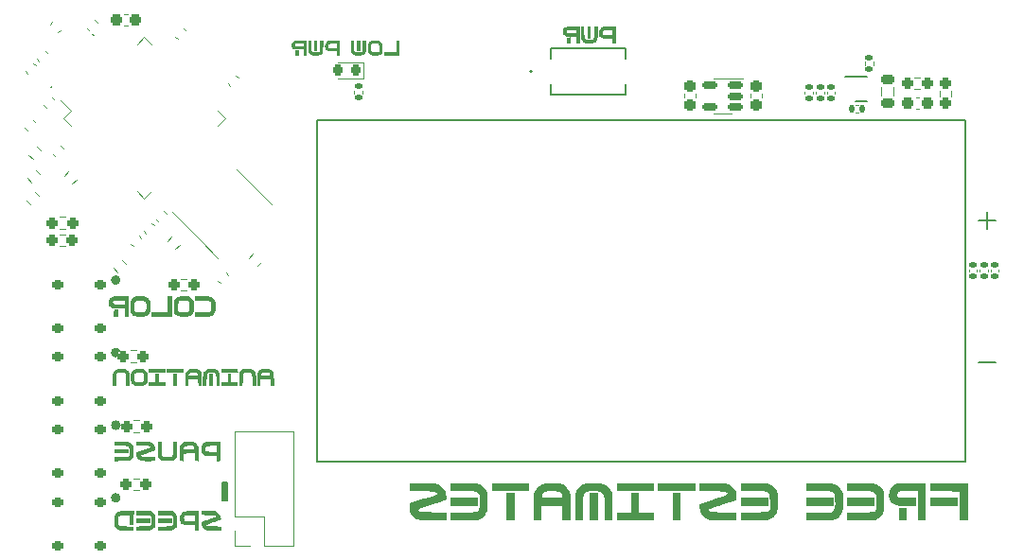
<source format=gbo>
G04 #@! TF.GenerationSoftware,KiCad,Pcbnew,7.0.2-0*
G04 #@! TF.CreationDate,2023-10-15T17:43:39-05:00*
G04 #@! TF.ProjectId,spudglo_business_card,73707564-676c-46f5-9f62-7573696e6573,rev?*
G04 #@! TF.SameCoordinates,Original*
G04 #@! TF.FileFunction,Legend,Bot*
G04 #@! TF.FilePolarity,Positive*
%FSLAX46Y46*%
G04 Gerber Fmt 4.6, Leading zero omitted, Abs format (unit mm)*
G04 Created by KiCad (PCBNEW 7.0.2-0) date 2023-10-15 17:43:39*
%MOMM*%
%LPD*%
G01*
G04 APERTURE LIST*
G04 Aperture macros list*
%AMRoundRect*
0 Rectangle with rounded corners*
0 $1 Rounding radius*
0 $2 $3 $4 $5 $6 $7 $8 $9 X,Y pos of 4 corners*
0 Add a 4 corners polygon primitive as box body*
4,1,4,$2,$3,$4,$5,$6,$7,$8,$9,$2,$3,0*
0 Add four circle primitives for the rounded corners*
1,1,$1+$1,$2,$3*
1,1,$1+$1,$4,$5*
1,1,$1+$1,$6,$7*
1,1,$1+$1,$8,$9*
0 Add four rect primitives between the rounded corners*
20,1,$1+$1,$2,$3,$4,$5,0*
20,1,$1+$1,$4,$5,$6,$7,0*
20,1,$1+$1,$6,$7,$8,$9,0*
20,1,$1+$1,$8,$9,$2,$3,0*%
%AMRotRect*
0 Rectangle, with rotation*
0 The origin of the aperture is its center*
0 $1 length*
0 $2 width*
0 $3 Rotation angle, in degrees counterclockwise*
0 Add horizontal line*
21,1,$1,$2,0,0,$3*%
G04 Aperture macros list end*
%ADD10C,0.150000*%
%ADD11C,0.120000*%
%ADD12C,0.457185*%
%ADD13C,0.152400*%
%ADD14C,0.127000*%
%ADD15C,0.200000*%
%ADD16RoundRect,0.237500X0.250000X0.237500X-0.250000X0.237500X-0.250000X-0.237500X0.250000X-0.237500X0*%
%ADD17RoundRect,0.225000X0.275000X0.225000X-0.275000X0.225000X-0.275000X-0.225000X0.275000X-0.225000X0*%
%ADD18RoundRect,0.237500X-0.008839X-0.344715X0.344715X0.008839X0.008839X0.344715X-0.344715X-0.008839X0*%
%ADD19RoundRect,0.237500X0.380070X-0.044194X-0.044194X0.380070X-0.380070X0.044194X0.044194X-0.380070X0*%
%ADD20RoundRect,0.237500X0.300000X0.237500X-0.300000X0.237500X-0.300000X-0.237500X0.300000X-0.237500X0*%
%ADD21RoundRect,0.237500X-0.380070X0.044194X0.044194X-0.380070X0.380070X-0.044194X-0.044194X0.380070X0*%
%ADD22RoundRect,0.135000X0.185000X-0.135000X0.185000X0.135000X-0.185000X0.135000X-0.185000X-0.135000X0*%
%ADD23RoundRect,0.237500X0.008839X0.344715X-0.344715X-0.008839X-0.008839X-0.344715X0.344715X0.008839X0*%
%ADD24RoundRect,0.218750X0.218750X0.256250X-0.218750X0.256250X-0.218750X-0.256250X0.218750X-0.256250X0*%
%ADD25RoundRect,0.075000X-0.548008X0.441942X0.441942X-0.548008X0.548008X-0.441942X-0.441942X0.548008X0*%
%ADD26RoundRect,0.075000X-0.548008X-0.441942X-0.441942X-0.548008X0.548008X0.441942X0.441942X0.548008X0*%
%ADD27R,1.193800X1.676400*%
%ADD28RoundRect,0.237500X-0.237500X0.300000X-0.237500X-0.300000X0.237500X-0.300000X0.237500X0.300000X0*%
%ADD29RoundRect,0.140000X-0.170000X0.140000X-0.170000X-0.140000X0.170000X-0.140000X0.170000X0.140000X0*%
%ADD30RoundRect,0.237500X0.344715X-0.008839X-0.008839X0.344715X-0.344715X0.008839X0.008839X-0.344715X0*%
%ADD31RoundRect,0.237500X-0.250000X-0.237500X0.250000X-0.237500X0.250000X0.237500X-0.250000X0.237500X0*%
%ADD32RoundRect,0.135000X-0.185000X0.135000X-0.185000X-0.135000X0.185000X-0.135000X0.185000X0.135000X0*%
%ADD33RoundRect,0.237500X-0.344715X0.008839X0.008839X-0.344715X0.344715X-0.008839X-0.008839X0.344715X0*%
%ADD34C,1.959000*%
%ADD35RoundRect,0.140000X0.140000X0.170000X-0.140000X0.170000X-0.140000X-0.170000X0.140000X-0.170000X0*%
%ADD36RoundRect,0.237500X-0.044194X-0.380070X0.380070X0.044194X0.044194X0.380070X-0.380070X-0.044194X0*%
%ADD37RoundRect,0.100000X-0.521491X0.380070X0.380070X-0.521491X0.521491X-0.380070X-0.380070X0.521491X0*%
%ADD38R,0.650000X0.350000*%
%ADD39R,1.000000X1.600000*%
%ADD40RoundRect,0.218750X0.381250X-0.218750X0.381250X0.218750X-0.381250X0.218750X-0.381250X-0.218750X0*%
%ADD41RotRect,1.000000X1.200000X135.000000*%
%ADD42RoundRect,0.237500X0.237500X-0.250000X0.237500X0.250000X-0.237500X0.250000X-0.237500X-0.250000X0*%
%ADD43RotRect,0.575000X1.140000X45.000000*%
%ADD44RoundRect,0.150000X0.512500X0.150000X-0.512500X0.150000X-0.512500X-0.150000X0.512500X-0.150000X0*%
%ADD45R,1.700000X1.700000*%
%ADD46O,1.700000X1.700000*%
G04 APERTURE END LIST*
D10*
X194864999Y-121200001D02*
X194864999Y-122850000D01*
X194380000Y-122850000D01*
X194379998Y-121200000D01*
X194864999Y-121200001D01*
G36*
X194864999Y-121200001D02*
G01*
X194864999Y-122850000D01*
X194380000Y-122850000D01*
X194379998Y-121200000D01*
X194864999Y-121200001D01*
G37*
D11*
X256842224Y-86002500D02*
X256332776Y-86002500D01*
X256842224Y-84957500D02*
X256332776Y-84957500D01*
D12*
X185098592Y-122600000D02*
G75*
G03*
X185098592Y-122600000I-228592J0D01*
G01*
D11*
X196785655Y-101125419D02*
X197145889Y-100765185D01*
X197524581Y-101864345D02*
X197884815Y-101504111D01*
X182482684Y-80783929D02*
X182275831Y-80577076D01*
X183203933Y-80062680D02*
X182997080Y-79855827D01*
X256733767Y-87810000D02*
X256441233Y-87810000D01*
X256733767Y-86790000D02*
X256441233Y-86790000D01*
X194747318Y-102436069D02*
X194954171Y-102642922D01*
X194026069Y-103157318D02*
X194232922Y-103364171D01*
G36*
X185089337Y-106058977D02*
G01*
X185089337Y-106380808D01*
X184896123Y-106380808D01*
X184702910Y-106380808D01*
X184710113Y-106066515D01*
X184717317Y-105752222D01*
X184903327Y-105744684D01*
X185089337Y-105737146D01*
X185089337Y-106058977D01*
G37*
G36*
X189938428Y-105470000D02*
G01*
X189938428Y-106380808D01*
X189014792Y-106380808D01*
X188091156Y-106380808D01*
X188091156Y-106188384D01*
X188091156Y-105995959D01*
X188809539Y-105995959D01*
X189527923Y-105995959D01*
X189527923Y-105277576D01*
X189527923Y-104559192D01*
X189733176Y-104559192D01*
X189938428Y-104559192D01*
X189938428Y-105470000D01*
G37*
G36*
X186038630Y-105470000D02*
G01*
X186038630Y-106380808D01*
X185846206Y-106380808D01*
X185653782Y-106380808D01*
X185653782Y-105660386D01*
X185653782Y-104939965D01*
X185183013Y-104948417D01*
X185075522Y-104950548D01*
X184918723Y-104955449D01*
X184803396Y-104963316D01*
X184723217Y-104976015D01*
X184671864Y-104995414D01*
X184643012Y-105023382D01*
X184630339Y-105061786D01*
X184627519Y-105112495D01*
X184627523Y-105114736D01*
X184632227Y-105169771D01*
X184650094Y-105210928D01*
X184687477Y-105240180D01*
X184750726Y-105259499D01*
X184846193Y-105270856D01*
X184980230Y-105276224D01*
X185159188Y-105277576D01*
X185576812Y-105277576D01*
X185576812Y-105470000D01*
X185576812Y-105662424D01*
X185108580Y-105661861D01*
X185102734Y-105661853D01*
X184930667Y-105660903D01*
X184801118Y-105658122D01*
X184705557Y-105652805D01*
X184635454Y-105644246D01*
X184582279Y-105631738D01*
X184537501Y-105614575D01*
X184477037Y-105581971D01*
X184361574Y-105482066D01*
X184279956Y-105354902D01*
X184234478Y-105210201D01*
X184227431Y-105057685D01*
X184261111Y-104907076D01*
X184337810Y-104768097D01*
X184368037Y-104735095D01*
X184446516Y-104672225D01*
X184534719Y-104620823D01*
X184564150Y-104607436D01*
X184603284Y-104592050D01*
X184645647Y-104580377D01*
X184698109Y-104571902D01*
X184767539Y-104566108D01*
X184860806Y-104562482D01*
X184984778Y-104560505D01*
X185146326Y-104559664D01*
X185352317Y-104559442D01*
X186038630Y-104559192D01*
X186038630Y-105470000D01*
G37*
G36*
X192748126Y-104559476D02*
G01*
X192953072Y-104562071D01*
X193117279Y-104568555D01*
X193247604Y-104580343D01*
X193350902Y-104598854D01*
X193434030Y-104625504D01*
X193503844Y-104661711D01*
X193567202Y-104708892D01*
X193630957Y-104768465D01*
X193672398Y-104813431D01*
X193729370Y-104896099D01*
X193769432Y-104992549D01*
X193795025Y-105112039D01*
X193808590Y-105263828D01*
X193812570Y-105457172D01*
X193806374Y-105656983D01*
X193781647Y-105853560D01*
X193735792Y-106012001D01*
X193666414Y-106137934D01*
X193571115Y-106236988D01*
X193447501Y-106314790D01*
X193415362Y-106330562D01*
X193377050Y-106347093D01*
X193336469Y-106359531D01*
X193286613Y-106368458D01*
X193220476Y-106374456D01*
X193131051Y-106378108D01*
X193011332Y-106379996D01*
X192854313Y-106380702D01*
X192652987Y-106380808D01*
X191990954Y-106380808D01*
X191990954Y-106188384D01*
X191990954Y-105995959D01*
X192592676Y-105995959D01*
X192663690Y-105995911D01*
X192858987Y-105994799D01*
X193011132Y-105991414D01*
X193126334Y-105984693D01*
X193210801Y-105973578D01*
X193270742Y-105957007D01*
X193312367Y-105933920D01*
X193341885Y-105903257D01*
X193365504Y-105863956D01*
X193368870Y-105856445D01*
X193384058Y-105791309D01*
X193394857Y-105692268D01*
X193401248Y-105571468D01*
X193403217Y-105441054D01*
X193400747Y-105313173D01*
X193393823Y-105199970D01*
X193382429Y-105113591D01*
X193366549Y-105066181D01*
X193346803Y-105042887D01*
X193307566Y-105010867D01*
X193254882Y-104986424D01*
X193182445Y-104968590D01*
X193083949Y-104956401D01*
X192953088Y-104948890D01*
X192783558Y-104945092D01*
X192569050Y-104944040D01*
X191990954Y-104944040D01*
X191990954Y-104751616D01*
X191990954Y-104559192D01*
X192618577Y-104559192D01*
X192748126Y-104559476D01*
G37*
G36*
X191859748Y-105615022D02*
G01*
X191851864Y-105755601D01*
X191839727Y-105870879D01*
X191823470Y-105947927D01*
X191750888Y-106094661D01*
X191636256Y-106225542D01*
X191492469Y-106319726D01*
X191483416Y-106323909D01*
X191430502Y-106346061D01*
X191377949Y-106361462D01*
X191315424Y-106371263D01*
X191232595Y-106376619D01*
X191119128Y-106378683D01*
X190964691Y-106378605D01*
X190942762Y-106378477D01*
X190782340Y-106375253D01*
X190646747Y-106368506D01*
X190544802Y-106358822D01*
X190485322Y-106346785D01*
X190413227Y-106314328D01*
X190291745Y-106236070D01*
X190185868Y-106140679D01*
X190112846Y-106042258D01*
X190097471Y-106012136D01*
X190080199Y-105969676D01*
X190068195Y-105920916D01*
X190060510Y-105856853D01*
X190056196Y-105768485D01*
X190054303Y-105646811D01*
X190053883Y-105482828D01*
X190053889Y-105470784D01*
X190451560Y-105470784D01*
X190451565Y-105478194D01*
X190453799Y-105618899D01*
X190459619Y-105737941D01*
X190468340Y-105825445D01*
X190479281Y-105871535D01*
X190481912Y-105876008D01*
X190527621Y-105921236D01*
X190593912Y-105959647D01*
X190599977Y-105961953D01*
X190670187Y-105976692D01*
X190774916Y-105987206D01*
X190899905Y-105993300D01*
X191030896Y-105994778D01*
X191153632Y-105991445D01*
X191253854Y-105983105D01*
X191317307Y-105969563D01*
X191324885Y-105966385D01*
X191385832Y-105926542D01*
X191429346Y-105863945D01*
X191457660Y-105771631D01*
X191473010Y-105642636D01*
X191477630Y-105470000D01*
X191477630Y-105467420D01*
X191473137Y-105290785D01*
X191455622Y-105158635D01*
X191418775Y-105064660D01*
X191356286Y-105002550D01*
X191261844Y-104965998D01*
X191129140Y-104948693D01*
X190951863Y-104944326D01*
X190914113Y-104944654D01*
X190798118Y-104949325D01*
X190696365Y-104958375D01*
X190627379Y-104970317D01*
X190606012Y-104976652D01*
X190547488Y-105001917D01*
X190505703Y-105039698D01*
X190477936Y-105097735D01*
X190461470Y-105183768D01*
X190453584Y-105305538D01*
X190451560Y-105470784D01*
X190053889Y-105470784D01*
X190053893Y-105462328D01*
X190055673Y-105280579D01*
X190062155Y-105140154D01*
X190075710Y-105031999D01*
X190098705Y-104947060D01*
X190133512Y-104876284D01*
X190182500Y-104810616D01*
X190248039Y-104741003D01*
X190267334Y-104721885D01*
X190325179Y-104669055D01*
X190380883Y-104630329D01*
X190443352Y-104603529D01*
X190521494Y-104586476D01*
X190624217Y-104576993D01*
X190760428Y-104572900D01*
X190939034Y-104572020D01*
X191388024Y-104572020D01*
X191525429Y-104648127D01*
X191650786Y-104732527D01*
X191765336Y-104854494D01*
X191833386Y-104993359D01*
X191846063Y-105058258D01*
X191856536Y-105170759D01*
X191862218Y-105309672D01*
X191863244Y-105462069D01*
X191863063Y-105470000D01*
X191859748Y-105615022D01*
G37*
G36*
X187985877Y-105587094D02*
G01*
X187979189Y-105751727D01*
X187962123Y-105882473D01*
X187932901Y-105988154D01*
X187889744Y-106077596D01*
X187830875Y-106159623D01*
X187798586Y-106193752D01*
X187711224Y-106264580D01*
X187618327Y-106319726D01*
X187564020Y-106343126D01*
X187510519Y-106359838D01*
X187448122Y-106370689D01*
X187366228Y-106376927D01*
X187254233Y-106379800D01*
X187101534Y-106380557D01*
X187083315Y-106380553D01*
X186896961Y-106377700D01*
X186751400Y-106368211D01*
X186637109Y-106349971D01*
X186544569Y-106320859D01*
X186464260Y-106278761D01*
X186386661Y-106221557D01*
X186352719Y-106189492D01*
X186282739Y-106103017D01*
X186227996Y-106010606D01*
X186223812Y-106001553D01*
X186201660Y-105948639D01*
X186186259Y-105896086D01*
X186176458Y-105833562D01*
X186171102Y-105750732D01*
X186169038Y-105637266D01*
X186169113Y-105488418D01*
X186552140Y-105488418D01*
X186552997Y-105578849D01*
X186559518Y-105708826D01*
X186575035Y-105801867D01*
X186602598Y-105867136D01*
X186645256Y-105913799D01*
X186706058Y-105951021D01*
X186712108Y-105953973D01*
X186768803Y-105974248D01*
X186843371Y-105987118D01*
X186946918Y-105993879D01*
X187090550Y-105995824D01*
X187112852Y-105995773D01*
X187278380Y-105990236D01*
X187402251Y-105971163D01*
X187490374Y-105932320D01*
X187548656Y-105867474D01*
X187583005Y-105770392D01*
X187599330Y-105634840D01*
X187603538Y-105454586D01*
X187600964Y-105310281D01*
X187587041Y-105176478D01*
X187555077Y-105081174D01*
X187498484Y-105017545D01*
X187410676Y-104978764D01*
X187285065Y-104958007D01*
X187115063Y-104948448D01*
X187061790Y-104946990D01*
X186890132Y-104948571D01*
X186761483Y-104965758D01*
X186669809Y-105004340D01*
X186609073Y-105070108D01*
X186573240Y-105168851D01*
X186556274Y-105306357D01*
X186552140Y-105488418D01*
X186169113Y-105488418D01*
X186169116Y-105482828D01*
X186169244Y-105460899D01*
X186172468Y-105300477D01*
X186179215Y-105164884D01*
X186188899Y-105062939D01*
X186200936Y-105003459D01*
X186280267Y-104850818D01*
X186393258Y-104720670D01*
X186527834Y-104627277D01*
X186539712Y-104621393D01*
X186594351Y-104596395D01*
X186646105Y-104579168D01*
X186705812Y-104568271D01*
X186784313Y-104562268D01*
X186892445Y-104559721D01*
X187041048Y-104559192D01*
X187198395Y-104560835D01*
X187347175Y-104568302D01*
X187464645Y-104583832D01*
X187561581Y-104609619D01*
X187648761Y-104647853D01*
X187736960Y-104700726D01*
X187771178Y-104727288D01*
X187843264Y-104801819D01*
X187903727Y-104885738D01*
X187916189Y-104907220D01*
X187940463Y-104954032D01*
X187957437Y-105001259D01*
X187968713Y-105059079D01*
X187975895Y-105137672D01*
X187980586Y-105247215D01*
X187984388Y-105397887D01*
X187984834Y-105454586D01*
X187985877Y-105587094D01*
G37*
X251880000Y-83853641D02*
X251880000Y-83546359D01*
X252640000Y-83853641D02*
X252640000Y-83546359D01*
X181344346Y-94144580D02*
X180984112Y-94504814D01*
X180605420Y-93405654D02*
X180245186Y-93765888D01*
X207055000Y-85075000D02*
X204770000Y-85075000D01*
X207055000Y-83605000D02*
X207055000Y-85075000D01*
X204770000Y-83605000D02*
X207055000Y-83605000D01*
X187423022Y-81380604D02*
X186751271Y-82052355D01*
X180868142Y-87935484D02*
X179920619Y-86987960D01*
X180196391Y-88607235D02*
X180868142Y-87935484D01*
X188094773Y-82052355D02*
X187423022Y-81380604D01*
X180868142Y-89278986D02*
X180196391Y-88607235D01*
X193977902Y-87935484D02*
X194649653Y-88607235D01*
X186751271Y-95162115D02*
X187423022Y-95833866D01*
X194649653Y-88607235D02*
X193977902Y-89278986D01*
X187423022Y-95833866D02*
X188094773Y-95162115D01*
X176972922Y-84604171D02*
X176766069Y-84397318D01*
X177694171Y-83882922D02*
X177487318Y-83676069D01*
D13*
X223822600Y-82331800D02*
X230477400Y-82331800D01*
X223822600Y-83269060D02*
X223822600Y-82331800D01*
X223822600Y-86548200D02*
X223822600Y-85610940D01*
X230477400Y-82331800D02*
X230477400Y-83269060D01*
X230477400Y-85610940D02*
X230477400Y-86548200D01*
X230477400Y-86548200D02*
X223822600Y-86548200D01*
X222082700Y-84440000D02*
G75*
G03*
X222082700Y-84440000I-76200J0D01*
G01*
D11*
X242652500Y-86441233D02*
X242652500Y-86733767D01*
X241632500Y-86441233D02*
X241632500Y-86733767D01*
X189178139Y-96929126D02*
X189384992Y-97135979D01*
X188456890Y-97650375D02*
X188663743Y-97857228D01*
X263880000Y-102152164D02*
X263880000Y-102367836D01*
X263160000Y-102152164D02*
X263160000Y-102367836D01*
X261920000Y-102142164D02*
X261920000Y-102357836D01*
X261200000Y-102142164D02*
X261200000Y-102357836D01*
X185035419Y-102394345D02*
X184675185Y-102034111D01*
X185774345Y-101655419D02*
X185414111Y-101295185D01*
X186948259Y-99129243D02*
X187155112Y-99336096D01*
X186227010Y-99850492D02*
X186433863Y-100057345D01*
X178022922Y-83534171D02*
X177816069Y-83327318D01*
X178744171Y-82812922D02*
X178537318Y-82606069D01*
X179842776Y-97467500D02*
X180352224Y-97467500D01*
X179842776Y-98512500D02*
X180352224Y-98512500D01*
X247240001Y-86242164D02*
X247240001Y-86457836D01*
X246520001Y-86242164D02*
X246520001Y-86457836D01*
X186922224Y-121912500D02*
X186412776Y-121912500D01*
X186922224Y-120867500D02*
X186412776Y-120867500D01*
G36*
X227387590Y-80957279D02*
G01*
X227387590Y-81512237D01*
X227227506Y-81512237D01*
X227067422Y-81512237D01*
X227067422Y-80957279D01*
X227067422Y-80402321D01*
X227227506Y-80402321D01*
X227387590Y-80402321D01*
X227387590Y-80957279D01*
G37*
G36*
X225573305Y-81650042D02*
G01*
X225573305Y-81917784D01*
X225412564Y-81917784D01*
X225251823Y-81917784D01*
X225257816Y-81656313D01*
X225263809Y-81394842D01*
X225418557Y-81388571D01*
X225573305Y-81382300D01*
X225573305Y-81650042D01*
G37*
G36*
X226384397Y-81160052D02*
G01*
X226384397Y-81917784D01*
X226224651Y-81917784D01*
X226064904Y-81917784D01*
X226059230Y-81325473D01*
X226053557Y-80733162D01*
X225701372Y-80727067D01*
X225621300Y-80725994D01*
X225506762Y-80725594D01*
X225409925Y-80726609D01*
X225339114Y-80728927D01*
X225302654Y-80732436D01*
X225290553Y-80735861D01*
X225227609Y-80773703D01*
X225194513Y-80830584D01*
X225194747Y-80895459D01*
X225231792Y-80957279D01*
X225239215Y-80964295D01*
X225259705Y-80978273D01*
X225288720Y-80988053D01*
X225333091Y-80994374D01*
X225399650Y-80997974D01*
X225495231Y-80999593D01*
X225626666Y-80999968D01*
X225978851Y-80999968D01*
X225978851Y-81160052D01*
X225978851Y-81320136D01*
X225597256Y-81320136D01*
X225452293Y-81319247D01*
X225333007Y-81316077D01*
X225245199Y-81310228D01*
X225183096Y-81301304D01*
X225140925Y-81288910D01*
X225105384Y-81272676D01*
X224995269Y-81197047D01*
X224919972Y-81097081D01*
X224879179Y-80972232D01*
X224872578Y-80821955D01*
X224883845Y-80734391D01*
X224925037Y-80619545D01*
X224998030Y-80529411D01*
X225106482Y-80458306D01*
X225218829Y-80402321D01*
X225801613Y-80402321D01*
X226384397Y-80402321D01*
X226384397Y-81160052D01*
G37*
G36*
X229607422Y-80402321D02*
G01*
X229607422Y-81160052D01*
X229607422Y-81917784D01*
X229447676Y-81917784D01*
X229287929Y-81917784D01*
X229282256Y-81325473D01*
X229276582Y-80733162D01*
X228971563Y-80727234D01*
X228838629Y-80726098D01*
X228709739Y-80729956D01*
X228613059Y-80740594D01*
X228542970Y-80759071D01*
X228493856Y-80786447D01*
X228460096Y-80823785D01*
X228436571Y-80872991D01*
X228423314Y-80963096D01*
X228439553Y-81052221D01*
X228484008Y-81124299D01*
X228500562Y-81140349D01*
X228523228Y-81157536D01*
X228551728Y-81169419D01*
X228593432Y-81177215D01*
X228655709Y-81182139D01*
X228745929Y-81185407D01*
X228871462Y-81188236D01*
X229201876Y-81195074D01*
X229201876Y-81355032D01*
X229201876Y-81514989D01*
X228833683Y-81508277D01*
X228682853Y-81504484D01*
X228564728Y-81498011D01*
X228474626Y-81487060D01*
X228405159Y-81469785D01*
X228348942Y-81444338D01*
X228298587Y-81408875D01*
X228246707Y-81361547D01*
X228221831Y-81335209D01*
X228146983Y-81219630D01*
X228103965Y-81086951D01*
X228092745Y-80946126D01*
X228113292Y-80806112D01*
X228165573Y-80675862D01*
X228249556Y-80564332D01*
X228283730Y-80531691D01*
X228332146Y-80492340D01*
X228383896Y-80461804D01*
X228444602Y-80438985D01*
X228519882Y-80422786D01*
X228615356Y-80412108D01*
X228736645Y-80405852D01*
X228889368Y-80402921D01*
X229079145Y-80402216D01*
X229607422Y-80402321D01*
G37*
G36*
X226793612Y-80919926D02*
G01*
X226795933Y-81076414D01*
X226800399Y-81232446D01*
X226809363Y-81353744D01*
X226825705Y-81444682D01*
X226852304Y-81509632D01*
X226892041Y-81552967D01*
X226947797Y-81579060D01*
X227022451Y-81592284D01*
X227118883Y-81597011D01*
X227239974Y-81597615D01*
X227334428Y-81597196D01*
X227432358Y-81593144D01*
X227508735Y-81581121D01*
X227566239Y-81556789D01*
X227607550Y-81515807D01*
X227635347Y-81453835D01*
X227652310Y-81366534D01*
X227661119Y-81249563D01*
X227664452Y-81098583D01*
X227664989Y-80909254D01*
X227665069Y-80402321D01*
X227825153Y-80402321D01*
X227985237Y-80402321D01*
X227985237Y-80953088D01*
X227985196Y-81089568D01*
X227984763Y-81227182D01*
X227983448Y-81332589D01*
X227980763Y-81411624D01*
X227976217Y-81470121D01*
X227969320Y-81513918D01*
X227959583Y-81548848D01*
X227946515Y-81580748D01*
X227929626Y-81615453D01*
X227921045Y-81631927D01*
X227843964Y-81741469D01*
X227746622Y-81830726D01*
X227640799Y-81888560D01*
X227630179Y-81891827D01*
X227564272Y-81902808D01*
X227468668Y-81910436D01*
X227353654Y-81914732D01*
X227229519Y-81915717D01*
X227106551Y-81913413D01*
X226995038Y-81907838D01*
X226905268Y-81899015D01*
X226847531Y-81886963D01*
X226752475Y-81843880D01*
X226631892Y-81753110D01*
X226542055Y-81634082D01*
X226480447Y-81522910D01*
X226473540Y-80962615D01*
X226466633Y-80402321D01*
X226626621Y-80402321D01*
X226786609Y-80402321D01*
X226793612Y-80919926D01*
G37*
X206960000Y-86136359D02*
X206960000Y-86443641D01*
X206200000Y-86136359D02*
X206200000Y-86443641D01*
X177614111Y-95225185D02*
X177974345Y-95585419D01*
X176875185Y-95964111D02*
X177235419Y-96324345D01*
X178642682Y-87673931D02*
X178435829Y-87467078D01*
X179363931Y-86952682D02*
X179157078Y-86745829D01*
X179947078Y-91095829D02*
X180153931Y-91302682D01*
X179225829Y-91817078D02*
X179432682Y-92023931D01*
X262900000Y-102142164D02*
X262900000Y-102357836D01*
X262180000Y-102142164D02*
X262180000Y-102357836D01*
X176962922Y-89684171D02*
X176756069Y-89477318D01*
X177684171Y-88962922D02*
X177477318Y-88756069D01*
X189475185Y-99595889D02*
X189835419Y-99235655D01*
X190214111Y-100334815D02*
X190574345Y-99974581D01*
D12*
X185098592Y-116100000D02*
G75*
G03*
X185098592Y-116100000I-228592J0D01*
G01*
D11*
X248240000Y-86232164D02*
X248240000Y-86447836D01*
X247520000Y-86232164D02*
X247520000Y-86447836D01*
D14*
X263580000Y-110490000D02*
X262080000Y-110490000D01*
X263580000Y-97790000D02*
X262080000Y-97790000D01*
X262830000Y-98540000D02*
X262830000Y-97040000D01*
X260840000Y-119330000D02*
X202840000Y-119330000D01*
X260840000Y-88830000D02*
X260840000Y-119330000D01*
X202840000Y-119330000D02*
X202840000Y-88830000D01*
X202840000Y-88830000D02*
X260840000Y-88830000D01*
D11*
X251287836Y-88119999D02*
X251072164Y-88119999D01*
X251287836Y-87399999D02*
X251072164Y-87399999D01*
G36*
X206733820Y-82161653D02*
G01*
X206733820Y-82653732D01*
X206589627Y-82653732D01*
X206445434Y-82653732D01*
X206449927Y-82166574D01*
X206454420Y-81679416D01*
X206594120Y-81674495D01*
X206733820Y-81669573D01*
X206733820Y-82161653D01*
G37*
G36*
X202906887Y-82162338D02*
G01*
X202906887Y-82653732D01*
X202762953Y-82653732D01*
X202619020Y-82653732D01*
X202619020Y-82162338D01*
X202619020Y-81670944D01*
X202762953Y-81670944D01*
X202906887Y-81670944D01*
X202906887Y-82162338D01*
G37*
G36*
X201230486Y-82773030D02*
G01*
X201230486Y-83010940D01*
X201090786Y-83006019D01*
X200951086Y-83001097D01*
X200946172Y-82806234D01*
X200945555Y-82782250D01*
X200943457Y-82687403D01*
X200944716Y-82620537D01*
X200952017Y-82576773D01*
X200968044Y-82551229D01*
X200995484Y-82539026D01*
X201037022Y-82535283D01*
X201095342Y-82535120D01*
X201230486Y-82535120D01*
X201230486Y-82773030D01*
G37*
G36*
X210255953Y-82328960D02*
G01*
X210255938Y-82362835D01*
X210255533Y-82506865D01*
X210254622Y-82639351D01*
X210253267Y-82756569D01*
X210251530Y-82854794D01*
X210249476Y-82930302D01*
X210247166Y-82979370D01*
X210244664Y-82998273D01*
X210243217Y-82998855D01*
X210217166Y-83001320D01*
X210161814Y-83003579D01*
X210080883Y-83005568D01*
X209978094Y-83007224D01*
X209857169Y-83008485D01*
X209721830Y-83009288D01*
X209575798Y-83009570D01*
X208918220Y-83009570D01*
X208918220Y-82865785D01*
X208918220Y-82722001D01*
X209438920Y-82717520D01*
X209959620Y-82713039D01*
X209964098Y-82191991D01*
X209968576Y-81670944D01*
X210112265Y-81670944D01*
X210255953Y-81670944D01*
X210255953Y-82328960D01*
G37*
G36*
X201941686Y-82328960D02*
G01*
X201941672Y-82362835D01*
X201941267Y-82506865D01*
X201940355Y-82639351D01*
X201939000Y-82756569D01*
X201937264Y-82854794D01*
X201935209Y-82930302D01*
X201932900Y-82979370D01*
X201930398Y-82998273D01*
X201928305Y-82999537D01*
X201900827Y-83004637D01*
X201850533Y-83008218D01*
X201786464Y-83009570D01*
X201653820Y-83009570D01*
X201653820Y-82484286D01*
X201653820Y-81959003D01*
X201306686Y-81959003D01*
X201269626Y-81959015D01*
X201161027Y-81959360D01*
X201080173Y-81960498D01*
X201022309Y-81962853D01*
X200982682Y-81966847D01*
X200956538Y-81972903D01*
X200939124Y-81981443D01*
X200925686Y-81992892D01*
X200903789Y-82026061D01*
X200892079Y-82073379D01*
X200892647Y-82091217D01*
X200898992Y-82126382D01*
X200915550Y-82152797D01*
X200946257Y-82171679D01*
X200995051Y-82184245D01*
X201065868Y-82191714D01*
X201162647Y-82195302D01*
X201289325Y-82196227D01*
X201587456Y-82196227D01*
X201582538Y-82336021D01*
X201577620Y-82475814D01*
X201230486Y-82475814D01*
X200883353Y-82475814D01*
X200804705Y-82429548D01*
X200793804Y-82423004D01*
X200706404Y-82356179D01*
X200647638Y-82278017D01*
X200614517Y-82183101D01*
X200604048Y-82066010D01*
X200616059Y-81959215D01*
X200656423Y-81857544D01*
X200723803Y-81774831D01*
X200816730Y-81713514D01*
X200906656Y-81670944D01*
X201424171Y-81670944D01*
X201941686Y-81670944D01*
X201941686Y-82328960D01*
G37*
G36*
X204921953Y-82339316D02*
G01*
X204921953Y-83009570D01*
X204778020Y-83009570D01*
X204634086Y-83009570D01*
X204634086Y-82484286D01*
X204634086Y-81959003D01*
X204337209Y-81959003D01*
X204215196Y-81960042D01*
X204106533Y-81964697D01*
X204024704Y-81974655D01*
X203966024Y-81991593D01*
X203926803Y-82017184D01*
X203903354Y-82053106D01*
X203891989Y-82101034D01*
X203889020Y-82162644D01*
X203889208Y-82178737D01*
X203895359Y-82239274D01*
X203912942Y-82285494D01*
X203945666Y-82319222D01*
X203997245Y-82342280D01*
X204071388Y-82356492D01*
X204171806Y-82363682D01*
X204302212Y-82365674D01*
X204566353Y-82365674D01*
X204566353Y-82509703D01*
X204566353Y-82653732D01*
X204279122Y-82653732D01*
X204205235Y-82653304D01*
X204086219Y-82649548D01*
X203991861Y-82640749D01*
X203916189Y-82625500D01*
X203853233Y-82602394D01*
X203797025Y-82570021D01*
X203741592Y-82526975D01*
X203680680Y-82464953D01*
X203630819Y-82382293D01*
X203603066Y-82283682D01*
X203594687Y-82162338D01*
X203596242Y-82091240D01*
X203602551Y-82032168D01*
X203615975Y-81983711D01*
X203638886Y-81933586D01*
X203686826Y-81855991D01*
X203758982Y-81781187D01*
X203855153Y-81719406D01*
X203857741Y-81718051D01*
X203880530Y-81706798D01*
X203903641Y-81697915D01*
X203931268Y-81691070D01*
X203967603Y-81685932D01*
X204016839Y-81682168D01*
X204083169Y-81679449D01*
X204170787Y-81677441D01*
X204283884Y-81675815D01*
X204426653Y-81674239D01*
X204921953Y-81669061D01*
X204921953Y-82339316D01*
G37*
G36*
X207258588Y-82148944D02*
G01*
X207258460Y-82285478D01*
X207257972Y-82397056D01*
X207256814Y-82483339D01*
X207254678Y-82548689D01*
X207251253Y-82597470D01*
X207246231Y-82634044D01*
X207239301Y-82662773D01*
X207230155Y-82688020D01*
X207218482Y-82714147D01*
X207179526Y-82787353D01*
X207105123Y-82883078D01*
X207015450Y-82950500D01*
X206907937Y-82991917D01*
X206891199Y-82994822D01*
X206837453Y-82999447D01*
X206761435Y-83002653D01*
X206670737Y-83004174D01*
X206572953Y-83003741D01*
X206493194Y-83001920D01*
X206378819Y-82995504D01*
X206288679Y-82983310D01*
X206216750Y-82963435D01*
X206157006Y-82933979D01*
X206103422Y-82893040D01*
X206049973Y-82838718D01*
X206041330Y-82829011D01*
X206010058Y-82791124D01*
X205985203Y-82753420D01*
X205966035Y-82711641D01*
X205951821Y-82661529D01*
X205941831Y-82598826D01*
X205935334Y-82519271D01*
X205931598Y-82418608D01*
X205929892Y-82292578D01*
X205929486Y-82136921D01*
X205929486Y-81679416D01*
X206069186Y-81674495D01*
X206208886Y-81669573D01*
X206208886Y-82102891D01*
X206208901Y-82160959D01*
X206209684Y-82309268D01*
X206213058Y-82428152D01*
X206220934Y-82520938D01*
X206235217Y-82590951D01*
X206257818Y-82641518D01*
X206290643Y-82675967D01*
X206335602Y-82697622D01*
X206394602Y-82709811D01*
X206469551Y-82715860D01*
X206562357Y-82719096D01*
X206600358Y-82720001D01*
X206712516Y-82719378D01*
X206797205Y-82712154D01*
X206859065Y-82697354D01*
X206902735Y-82674001D01*
X206932855Y-82641119D01*
X206939146Y-82629999D01*
X206946942Y-82608523D01*
X206953140Y-82577536D01*
X206958045Y-82532973D01*
X206961965Y-82470772D01*
X206965208Y-82386871D01*
X206968079Y-82277207D01*
X206970887Y-82137717D01*
X206979353Y-81679416D01*
X207119053Y-81674495D01*
X207258753Y-81669573D01*
X207258588Y-82148944D01*
G37*
G36*
X202381953Y-82120818D02*
G01*
X202381953Y-82123576D01*
X202382259Y-82269576D01*
X202383594Y-82385657D01*
X202386608Y-82475720D01*
X202391950Y-82543667D01*
X202400267Y-82593400D01*
X202412209Y-82628820D01*
X202428423Y-82653829D01*
X202449559Y-82672329D01*
X202476264Y-82688221D01*
X202488457Y-82693617D01*
X202525813Y-82702729D01*
X202582308Y-82708730D01*
X202662834Y-82712030D01*
X202772283Y-82713039D01*
X202864525Y-82712708D01*
X202936671Y-82711181D01*
X202986323Y-82707761D01*
X203019374Y-82701753D01*
X203041722Y-82692461D01*
X203059261Y-82679189D01*
X203080840Y-82658629D01*
X203100807Y-82634734D01*
X203116056Y-82606638D01*
X203127220Y-82570100D01*
X203134934Y-82520879D01*
X203139830Y-82454735D01*
X203142543Y-82367425D01*
X203143706Y-82254709D01*
X203143953Y-82112346D01*
X203143953Y-81670944D01*
X203288840Y-81670944D01*
X203433727Y-81670944D01*
X203428540Y-82158102D01*
X203428506Y-82161305D01*
X203426914Y-82302186D01*
X203425260Y-82413508D01*
X203423202Y-82499514D01*
X203420401Y-82564447D01*
X203416515Y-82612550D01*
X203411205Y-82648064D01*
X203404129Y-82675234D01*
X203394947Y-82698302D01*
X203383319Y-82721511D01*
X203369761Y-82746650D01*
X203307964Y-82842180D01*
X203240938Y-82911042D01*
X203161830Y-82959041D01*
X203063783Y-82991977D01*
X203047085Y-82994885D01*
X202993429Y-82999580D01*
X202917488Y-83002932D01*
X202826845Y-83004658D01*
X202729087Y-83004475D01*
X202666980Y-83003630D01*
X202580589Y-83001732D01*
X202517419Y-82998504D01*
X202470682Y-82993004D01*
X202433595Y-82984292D01*
X202399370Y-82971427D01*
X202361223Y-82953467D01*
X202318444Y-82929232D01*
X202254699Y-82883446D01*
X202205508Y-82837115D01*
X202197855Y-82828091D01*
X202168809Y-82791146D01*
X202145732Y-82754302D01*
X202127942Y-82713311D01*
X202114758Y-82663925D01*
X202105499Y-82601896D01*
X202099484Y-82522974D01*
X202096031Y-82422913D01*
X202094459Y-82297462D01*
X202094086Y-82142375D01*
X202094086Y-81670944D01*
X202238020Y-81670944D01*
X202381953Y-81670944D01*
X202381953Y-82120818D01*
G37*
G36*
X208757252Y-82393893D02*
G01*
X208756389Y-82487190D01*
X208754155Y-82556219D01*
X208749966Y-82606978D01*
X208743240Y-82645464D01*
X208733395Y-82677674D01*
X208719850Y-82709607D01*
X208680812Y-82784379D01*
X208616203Y-82870304D01*
X208537093Y-82933213D01*
X208436789Y-82979486D01*
X208415608Y-82986438D01*
X208375387Y-82996121D01*
X208327383Y-83002395D01*
X208265084Y-83005722D01*
X208181978Y-83006563D01*
X208071553Y-83005381D01*
X207976270Y-83003473D01*
X207892648Y-83000431D01*
X207831058Y-82995806D01*
X207785160Y-82988884D01*
X207748618Y-82978953D01*
X207715093Y-82965301D01*
X207619701Y-82909141D01*
X207530548Y-82826654D01*
X207467902Y-82730107D01*
X207459452Y-82711363D01*
X207447237Y-82679067D01*
X207438705Y-82644145D01*
X207433664Y-82604053D01*
X207713607Y-82604053D01*
X207764975Y-82652071D01*
X207772846Y-82659027D01*
X207821994Y-82691877D01*
X207869865Y-82710800D01*
X207922365Y-82717369D01*
X207996664Y-82720961D01*
X208081882Y-82721433D01*
X208169073Y-82719036D01*
X208249291Y-82714024D01*
X208313587Y-82706649D01*
X208353014Y-82697163D01*
X208381977Y-82683312D01*
X208412710Y-82661903D01*
X208434314Y-82632981D01*
X208448367Y-82591276D01*
X208456449Y-82531517D01*
X208460140Y-82448434D01*
X208461020Y-82336754D01*
X208461020Y-82078150D01*
X208411609Y-82022812D01*
X208362198Y-81967475D01*
X208090260Y-81967475D01*
X207818323Y-81967475D01*
X207771371Y-82014412D01*
X207755058Y-82031364D01*
X207742063Y-82049461D01*
X207733121Y-82072760D01*
X207727289Y-82106997D01*
X207723622Y-82157909D01*
X207721178Y-82231232D01*
X207719013Y-82332701D01*
X207713607Y-82604053D01*
X207433664Y-82604053D01*
X207433198Y-82600344D01*
X207430058Y-82541412D01*
X207428629Y-82461097D01*
X207428252Y-82353147D01*
X207428458Y-82272964D01*
X207429931Y-82179526D01*
X207433260Y-82109531D01*
X207438963Y-82056771D01*
X207447559Y-82015039D01*
X207459567Y-81978129D01*
X207494509Y-81902159D01*
X207568380Y-81800606D01*
X207663570Y-81725174D01*
X207666872Y-81723235D01*
X207695444Y-81707388D01*
X207722822Y-81695778D01*
X207754849Y-81687623D01*
X207797368Y-81682140D01*
X207856223Y-81678545D01*
X207937255Y-81676056D01*
X208046308Y-81673891D01*
X208104498Y-81672908D01*
X208201898Y-81671949D01*
X208274743Y-81672804D01*
X208329285Y-81675938D01*
X208371772Y-81681817D01*
X208408455Y-81690909D01*
X208445585Y-81703679D01*
X208453674Y-81706782D01*
X208563370Y-81765028D01*
X208653573Y-81843926D01*
X208717765Y-81937867D01*
X208729402Y-81962711D01*
X208740491Y-81992678D01*
X208748193Y-82026759D01*
X208753118Y-82070908D01*
X208755878Y-82131079D01*
X208757086Y-82213229D01*
X208757353Y-82323312D01*
X208757334Y-82336754D01*
X208757252Y-82393893D01*
G37*
X179822776Y-99017500D02*
X180332224Y-99017500D01*
X179822776Y-100062500D02*
X180332224Y-100062500D01*
X191232224Y-104022500D02*
X190722776Y-104022500D01*
X191232224Y-102977500D02*
X190722776Y-102977500D01*
X177445419Y-92264345D02*
X177085185Y-91904111D01*
X178184345Y-91525419D02*
X177824111Y-91165185D01*
X186992224Y-116712500D02*
X186482776Y-116712500D01*
X186992224Y-115667500D02*
X186482776Y-115667500D01*
X178975949Y-80212802D02*
X179182802Y-80005949D01*
X179697198Y-80934051D02*
X179904051Y-80727198D01*
D12*
X185098592Y-103100000D02*
G75*
G03*
X185098592Y-103100000I-228592J0D01*
G01*
D11*
X197248259Y-94784522D02*
X195692625Y-93228887D01*
X197248259Y-94784522D02*
X198803894Y-96340156D01*
X192461147Y-99571634D02*
X189915562Y-97026050D01*
X192461147Y-99571634D02*
X194016781Y-101127269D01*
X249220000Y-86232164D02*
X249220000Y-86447836D01*
X248500000Y-86232164D02*
X248500000Y-86447836D01*
G36*
X195802957Y-111234411D02*
G01*
X195809191Y-111399832D01*
X195049664Y-111399832D01*
X194290138Y-111399832D01*
X194296372Y-111234411D01*
X194302606Y-111068991D01*
X195049664Y-111068991D01*
X195796723Y-111068991D01*
X195802957Y-111234411D01*
G37*
G36*
X193587564Y-112029495D02*
G01*
X193587564Y-112595126D01*
X193427479Y-112595126D01*
X193267395Y-112595126D01*
X193267395Y-112029495D01*
X193267395Y-111463865D01*
X193427479Y-111463865D01*
X193587564Y-111463865D01*
X193587564Y-112029495D01*
G37*
G36*
X190962185Y-111228802D02*
G01*
X190962185Y-111399832D01*
X190203556Y-111399832D01*
X189444928Y-111399832D01*
X189451161Y-111234411D01*
X189457395Y-111068991D01*
X190209790Y-111063382D01*
X190962185Y-111057773D01*
X190962185Y-111228802D01*
G37*
G36*
X190364538Y-112029495D02*
G01*
X190364538Y-112595126D01*
X190204454Y-112595126D01*
X190044370Y-112595126D01*
X190044370Y-112029495D01*
X190044370Y-111463865D01*
X190204454Y-111463865D01*
X190364538Y-111463865D01*
X190364538Y-112029495D01*
G37*
G36*
X195209748Y-111858739D02*
G01*
X195209748Y-112253613D01*
X195508572Y-112253613D01*
X195807395Y-112253613D01*
X195807395Y-112424369D01*
X195807395Y-112595126D01*
X195049664Y-112595126D01*
X194291933Y-112595126D01*
X194291933Y-112424369D01*
X194291933Y-112253613D01*
X194590757Y-112253613D01*
X194889580Y-112253613D01*
X194889580Y-111858739D01*
X194889580Y-111463865D01*
X195049664Y-111463865D01*
X195209748Y-111463865D01*
X195209748Y-111858739D01*
G37*
G36*
X188763698Y-111857239D02*
G01*
X188763698Y-112252408D01*
X189057185Y-112258347D01*
X189350673Y-112264285D01*
X189357108Y-112400777D01*
X189358805Y-112467333D01*
X189357244Y-112530843D01*
X189352336Y-112566471D01*
X189350971Y-112568829D01*
X189337820Y-112576242D01*
X189308862Y-112582058D01*
X189260259Y-112586395D01*
X189188169Y-112589374D01*
X189088755Y-112591111D01*
X188958177Y-112591726D01*
X188792595Y-112591337D01*
X188588170Y-112590063D01*
X187835211Y-112584453D01*
X187835211Y-112424369D01*
X187835211Y-112264285D01*
X188128219Y-112258350D01*
X188421227Y-112252415D01*
X188427042Y-111863476D01*
X188432858Y-111474538D01*
X188598278Y-111468304D01*
X188763698Y-111462070D01*
X188763698Y-111857239D01*
G37*
G36*
X188463081Y-111061952D02*
G01*
X188635631Y-111063031D01*
X189350673Y-111068991D01*
X189357108Y-111205483D01*
X189358805Y-111272039D01*
X189357244Y-111335549D01*
X189352336Y-111371176D01*
X189350971Y-111373535D01*
X189337820Y-111380948D01*
X189308862Y-111386763D01*
X189260259Y-111391101D01*
X189188169Y-111394080D01*
X189088755Y-111395817D01*
X188958177Y-111396432D01*
X188792595Y-111396043D01*
X188588170Y-111394769D01*
X187835211Y-111389159D01*
X187828952Y-111235050D01*
X187827637Y-111200483D01*
X187826952Y-111133945D01*
X187832367Y-111096433D01*
X187846417Y-111078077D01*
X187871641Y-111069005D01*
X187889212Y-111067138D01*
X187947477Y-111064831D01*
X188039394Y-111063117D01*
X188159565Y-111062037D01*
X188302593Y-111061635D01*
X188463081Y-111061952D01*
G37*
G36*
X193511936Y-111062557D02*
G01*
X193539910Y-111063649D01*
X193685787Y-111074305D01*
X193799856Y-111094142D01*
X193891121Y-111126158D01*
X193968586Y-111173348D01*
X194041254Y-111238708D01*
X194071503Y-111271302D01*
X194106063Y-111315915D01*
X194132872Y-111364779D01*
X194152900Y-111423383D01*
X194167115Y-111497216D01*
X194176484Y-111591770D01*
X194181978Y-111712532D01*
X194184564Y-111864993D01*
X194185211Y-112054642D01*
X194185211Y-112595126D01*
X194025127Y-112595126D01*
X193865043Y-112595126D01*
X193865043Y-112091419D01*
X193864764Y-111910533D01*
X193862150Y-111757161D01*
X193854491Y-111638048D01*
X193839074Y-111548864D01*
X193813188Y-111485283D01*
X193774121Y-111442975D01*
X193719162Y-111417612D01*
X193645598Y-111404866D01*
X193550719Y-111400408D01*
X193431811Y-111399911D01*
X193322899Y-111400780D01*
X193239450Y-111404275D01*
X193180921Y-111411573D01*
X193138150Y-111423851D01*
X193101975Y-111442287D01*
X193089651Y-111449848D01*
X193047457Y-111476580D01*
X193028193Y-111490232D01*
X193026832Y-111506814D01*
X193024616Y-111560945D01*
X193021876Y-111647081D01*
X193018780Y-111759488D01*
X193015493Y-111892428D01*
X193012185Y-112040168D01*
X193000589Y-112584453D01*
X192833612Y-112590715D01*
X192666635Y-112596977D01*
X192673528Y-112023350D01*
X192680421Y-111449722D01*
X192745076Y-111344735D01*
X192762800Y-111317939D01*
X192863209Y-111210206D01*
X192990149Y-111128100D01*
X193133283Y-111078703D01*
X193161802Y-111073800D01*
X193258010Y-111064735D01*
X193378951Y-111060807D01*
X193511936Y-111062557D01*
G37*
G36*
X192049581Y-111073960D02*
G01*
X192187460Y-111096281D01*
X192296219Y-111133224D01*
X192382686Y-111188136D01*
X192453687Y-111264365D01*
X192516050Y-111365259D01*
X192573698Y-111474538D01*
X192580614Y-112035758D01*
X192587529Y-112596978D01*
X192420530Y-112590716D01*
X192253530Y-112584453D01*
X192242858Y-112061512D01*
X192241702Y-112006403D01*
X192237571Y-111842436D01*
X192232564Y-111714598D01*
X192225840Y-111617808D01*
X192216558Y-111546982D01*
X192203879Y-111497037D01*
X192186961Y-111462891D01*
X192164965Y-111439462D01*
X192137049Y-111421665D01*
X192111532Y-111414294D01*
X192046763Y-111406635D01*
X191957671Y-111402019D01*
X191854894Y-111400415D01*
X191749069Y-111401792D01*
X191650834Y-111406117D01*
X191570825Y-111413361D01*
X191519680Y-111423490D01*
X191455067Y-111465729D01*
X191407467Y-111534206D01*
X191389076Y-111612217D01*
X191389125Y-111616288D01*
X191391858Y-111630619D01*
X191402943Y-111641006D01*
X191428104Y-111648082D01*
X191473062Y-111652483D01*
X191543540Y-111654841D01*
X191645262Y-111655790D01*
X191783950Y-111655966D01*
X192178824Y-111655966D01*
X192178824Y-111826722D01*
X192178824Y-111997479D01*
X191783950Y-111997479D01*
X191389076Y-111997479D01*
X191389076Y-112296302D01*
X191389076Y-112595126D01*
X191228992Y-112595126D01*
X191068908Y-112595126D01*
X191068908Y-112033686D01*
X191068908Y-111472247D01*
X191124397Y-111360895D01*
X191173565Y-111280553D01*
X191260984Y-111192063D01*
X191374433Y-111127310D01*
X191516951Y-111085133D01*
X191691576Y-111064370D01*
X191901345Y-111063859D01*
X192049581Y-111073960D01*
G37*
G36*
X198330154Y-111069171D02*
G01*
X198469047Y-111072234D01*
X198576006Y-111080540D01*
X198658938Y-111095955D01*
X198725752Y-111120345D01*
X198784356Y-111155576D01*
X198842655Y-111203515D01*
X198861461Y-111220611D01*
X198907171Y-111264716D01*
X198943141Y-111307189D01*
X198970610Y-111353569D01*
X198990819Y-111409397D01*
X199005007Y-111480213D01*
X199014414Y-111571557D01*
X199020282Y-111688969D01*
X199023850Y-111837990D01*
X199026358Y-112024159D01*
X199032967Y-112595126D01*
X198871610Y-112595126D01*
X198710253Y-112595126D01*
X198710253Y-112103516D01*
X198709800Y-111915045D01*
X198706615Y-111759886D01*
X198697959Y-111639113D01*
X198681095Y-111548525D01*
X198653284Y-111483917D01*
X198611788Y-111441088D01*
X198553868Y-111415834D01*
X198476787Y-111403951D01*
X198377806Y-111401238D01*
X198254188Y-111403492D01*
X198145074Y-111406529D01*
X198060324Y-111410592D01*
X198002692Y-111416806D01*
X197964075Y-111426561D01*
X197936374Y-111441246D01*
X197911486Y-111462250D01*
X197874968Y-111508313D01*
X197856471Y-111584981D01*
X197856471Y-111655966D01*
X198240673Y-111655966D01*
X198624874Y-111655966D01*
X198624874Y-111826722D01*
X198624874Y-111997479D01*
X198230000Y-111997479D01*
X197835127Y-111997479D01*
X197835127Y-112296302D01*
X197835127Y-112595126D01*
X197675043Y-112595126D01*
X197514958Y-112595126D01*
X197515167Y-112045504D01*
X197515225Y-111957014D01*
X197515648Y-111808173D01*
X197516855Y-111693269D01*
X197519297Y-111606455D01*
X197523426Y-111541887D01*
X197529692Y-111493718D01*
X197538547Y-111456104D01*
X197550442Y-111423200D01*
X197565829Y-111389159D01*
X197632945Y-111277500D01*
X197723561Y-111188922D01*
X197845799Y-111118161D01*
X197887182Y-111100468D01*
X197931948Y-111086422D01*
X197984043Y-111077269D01*
X198052307Y-111071992D01*
X198145577Y-111069572D01*
X198272690Y-111068991D01*
X198330154Y-111069171D01*
G37*
G36*
X196785928Y-111069104D02*
G01*
X196883621Y-111070236D01*
X196953902Y-111073633D01*
X197005263Y-111080543D01*
X197046197Y-111092213D01*
X197085197Y-111109889D01*
X197130757Y-111134821D01*
X197154540Y-111148890D01*
X197270910Y-111245592D01*
X197354901Y-111369442D01*
X197404715Y-111517927D01*
X197405697Y-111523221D01*
X197412240Y-111580768D01*
X197417865Y-111667626D01*
X197422502Y-111776600D01*
X197426077Y-111900492D01*
X197428520Y-112032105D01*
X197429758Y-112164242D01*
X197429718Y-112289706D01*
X197428330Y-112401301D01*
X197425521Y-112491829D01*
X197421218Y-112554093D01*
X197415351Y-112580896D01*
X197414207Y-112581755D01*
X197383166Y-112588524D01*
X197322673Y-112593311D01*
X197244594Y-112595126D01*
X197088068Y-112595126D01*
X197088068Y-112081797D01*
X197087978Y-111996547D01*
X197086829Y-111836734D01*
X197083636Y-111712276D01*
X197077500Y-111618124D01*
X197067525Y-111549232D01*
X197052813Y-111500553D01*
X197032464Y-111467041D01*
X197005582Y-111443650D01*
X196971269Y-111425332D01*
X196946683Y-111418048D01*
X196876664Y-111408369D01*
X196776744Y-111402112D01*
X196654837Y-111399911D01*
X196545924Y-111400780D01*
X196462475Y-111404275D01*
X196403946Y-111411573D01*
X196361175Y-111423851D01*
X196325000Y-111442287D01*
X196312676Y-111449848D01*
X196270483Y-111476580D01*
X196251218Y-111490232D01*
X196249857Y-111506814D01*
X196247641Y-111560945D01*
X196244901Y-111647081D01*
X196241805Y-111759488D01*
X196238519Y-111892428D01*
X196235210Y-112040168D01*
X196223614Y-112584453D01*
X196063530Y-112584453D01*
X195903446Y-112584453D01*
X195903446Y-112029495D01*
X195903446Y-111474538D01*
X195967479Y-111358788D01*
X196028035Y-111269765D01*
X196139314Y-111166347D01*
X196273324Y-111096771D01*
X196303322Y-111088977D01*
X196390308Y-111077948D01*
X196517253Y-111071249D01*
X196682522Y-111068991D01*
X196785928Y-111069104D01*
G37*
G36*
X185489264Y-111069132D02*
G01*
X185588432Y-111070304D01*
X185659952Y-111073637D01*
X185712059Y-111080258D01*
X185752988Y-111091295D01*
X185790974Y-111107877D01*
X185834253Y-111131131D01*
X185880702Y-111159925D01*
X185950501Y-111213454D01*
X186000500Y-111264195D01*
X186019618Y-111290011D01*
X186049328Y-111336150D01*
X186072339Y-111384936D01*
X186089494Y-111442089D01*
X186101638Y-111513327D01*
X186109614Y-111604371D01*
X186114266Y-111720939D01*
X186116439Y-111868750D01*
X186116975Y-112053524D01*
X186116975Y-112595126D01*
X185956891Y-112595126D01*
X185796807Y-112595126D01*
X185796807Y-112091419D01*
X185796528Y-111910533D01*
X185793915Y-111757161D01*
X185786256Y-111638048D01*
X185770839Y-111548864D01*
X185744953Y-111485283D01*
X185705886Y-111442975D01*
X185650927Y-111417612D01*
X185577363Y-111404866D01*
X185482483Y-111400408D01*
X185363576Y-111399911D01*
X185254663Y-111400780D01*
X185171215Y-111404275D01*
X185112686Y-111411573D01*
X185069914Y-111423851D01*
X185033740Y-111442287D01*
X185021415Y-111449848D01*
X184979222Y-111476580D01*
X184959958Y-111490232D01*
X184958597Y-111506814D01*
X184956380Y-111560945D01*
X184953641Y-111647081D01*
X184950544Y-111759488D01*
X184947258Y-111892428D01*
X184943949Y-112040168D01*
X184932353Y-112584453D01*
X184772269Y-112584453D01*
X184612185Y-112584453D01*
X184606454Y-112073671D01*
X184606092Y-112039621D01*
X184605234Y-111856766D01*
X184607290Y-111709944D01*
X184613126Y-111593478D01*
X184623607Y-111501690D01*
X184639597Y-111428904D01*
X184661964Y-111369442D01*
X184691570Y-111317628D01*
X184729283Y-111267785D01*
X184766165Y-111230799D01*
X184838557Y-111175229D01*
X184916781Y-111129045D01*
X184950096Y-111113001D01*
X184993052Y-111094967D01*
X185036190Y-111082681D01*
X185088012Y-111075040D01*
X185157018Y-111070946D01*
X185251710Y-111069296D01*
X185380589Y-111068991D01*
X185489264Y-111069132D01*
G37*
G36*
X187716707Y-112157303D02*
G01*
X187696608Y-112237674D01*
X187668506Y-112299711D01*
X187582661Y-112418848D01*
X187468629Y-112513199D01*
X187334860Y-112574886D01*
X187307724Y-112580816D01*
X187229869Y-112588937D01*
X187126492Y-112593211D01*
X187008678Y-112593818D01*
X186887515Y-112590938D01*
X186774089Y-112584752D01*
X186679488Y-112575439D01*
X186614798Y-112563180D01*
X186498999Y-112513583D01*
X186379309Y-112424650D01*
X186287732Y-112310854D01*
X186286033Y-112308008D01*
X186267436Y-112274813D01*
X186253936Y-112242328D01*
X186244718Y-112203320D01*
X186238968Y-112150555D01*
X186235870Y-112076802D01*
X186234609Y-111974826D01*
X186234469Y-111894083D01*
X186545780Y-111894083D01*
X186548573Y-112009272D01*
X186559024Y-112093124D01*
X186578754Y-112152233D01*
X186609384Y-112193194D01*
X186652535Y-112222603D01*
X186691613Y-112236076D01*
X186758566Y-112246179D01*
X186856301Y-112251844D01*
X186990705Y-112253613D01*
X187020087Y-112253609D01*
X187125153Y-112253115D01*
X187198029Y-112250707D01*
X187247264Y-112244855D01*
X187281408Y-112234028D01*
X187309008Y-112216697D01*
X187338613Y-112191330D01*
X187408320Y-112129048D01*
X187408320Y-111828958D01*
X187408294Y-111767359D01*
X187407601Y-111666380D01*
X187404974Y-111596447D01*
X187399115Y-111549685D01*
X187388731Y-111518221D01*
X187372523Y-111494180D01*
X187349198Y-111469686D01*
X187340412Y-111460972D01*
X187316277Y-111439946D01*
X187289314Y-111425481D01*
X187251554Y-111416095D01*
X187195025Y-111410307D01*
X187111756Y-111406633D01*
X186993778Y-111403591D01*
X186697480Y-111396678D01*
X186626009Y-111460486D01*
X186554538Y-111524293D01*
X186547420Y-111794852D01*
X186545780Y-111894083D01*
X186234469Y-111894083D01*
X186234370Y-111837395D01*
X186234375Y-111798309D01*
X186234721Y-111671158D01*
X186236251Y-111577467D01*
X186239852Y-111509896D01*
X186246407Y-111461108D01*
X186256802Y-111423765D01*
X186271921Y-111390527D01*
X186292649Y-111354056D01*
X186313235Y-111321777D01*
X186367502Y-111250881D01*
X186420716Y-111196074D01*
X186450489Y-111171712D01*
X186505827Y-111132844D01*
X186562768Y-111105229D01*
X186629522Y-111086979D01*
X186714299Y-111076205D01*
X186825307Y-111071018D01*
X186970757Y-111069529D01*
X186978614Y-111069518D01*
X187105723Y-111069909D01*
X187199258Y-111072119D01*
X187267866Y-111077107D01*
X187320196Y-111085833D01*
X187364895Y-111099256D01*
X187410612Y-111118336D01*
X187437110Y-111131146D01*
X187553908Y-111209357D01*
X187646726Y-111308310D01*
X187706228Y-111418524D01*
X187712255Y-111438191D01*
X187728562Y-111528476D01*
X187738462Y-111645992D01*
X187742090Y-111779186D01*
X187739584Y-111916505D01*
X187731077Y-112046395D01*
X187720368Y-112129048D01*
X187716707Y-112157303D01*
G37*
D10*
X250090000Y-84890000D02*
X252090000Y-84890000D01*
X251090000Y-87090000D02*
X252090000Y-87090000D01*
D11*
X185903776Y-80290011D02*
X185611242Y-80290011D01*
X185903776Y-79270011D02*
X185611242Y-79270011D01*
X253340000Y-86619622D02*
X253340000Y-85820378D01*
X254460000Y-86619622D02*
X254460000Y-85820378D01*
X177724581Y-93255655D02*
X178084815Y-93615889D01*
X176985655Y-93994581D02*
X177345889Y-94354815D01*
X236732500Y-86443733D02*
X236732500Y-86736267D01*
X235712500Y-86443733D02*
X235712500Y-86736267D01*
D15*
X183025965Y-81124746D02*
G75*
G03*
X183025965Y-81124746I-100000J0D01*
G01*
D11*
X186682224Y-110442500D02*
X186172776Y-110442500D01*
X186682224Y-109397500D02*
X186172776Y-109397500D01*
G36*
X260212251Y-122953184D02*
G01*
X260212251Y-123311227D01*
X258992715Y-123311227D01*
X257773178Y-123311227D01*
X257773178Y-122953184D01*
X257773178Y-122595141D01*
X258992715Y-122595141D01*
X260212251Y-122595141D01*
X260212251Y-122953184D01*
G37*
G36*
X255628476Y-124048375D02*
G01*
X255628476Y-124617031D01*
X255271026Y-124617031D01*
X254913576Y-124617031D01*
X254913576Y-124048375D01*
X254913576Y-123479718D01*
X255271026Y-123479718D01*
X255628476Y-123479718D01*
X255628476Y-124048375D01*
G37*
G36*
X252768874Y-122953184D02*
G01*
X252768874Y-123311227D01*
X251549337Y-123311227D01*
X250329801Y-123311227D01*
X250329801Y-122953184D01*
X250329801Y-122595141D01*
X251549337Y-122595141D01*
X252768874Y-122595141D01*
X252768874Y-122953184D01*
G37*
G36*
X249068211Y-122953184D02*
G01*
X249068211Y-123311227D01*
X247848675Y-123311227D01*
X246629139Y-123311227D01*
X246629139Y-122953184D01*
X246629139Y-122595141D01*
X247848675Y-122595141D01*
X249068211Y-122595141D01*
X249068211Y-122953184D01*
G37*
G36*
X243264900Y-122953184D02*
G01*
X243264900Y-123311227D01*
X242045364Y-123311227D01*
X240825827Y-123311227D01*
X240825827Y-122953184D01*
X240825827Y-122595141D01*
X242045364Y-122595141D01*
X243264900Y-122595141D01*
X243264900Y-122953184D01*
G37*
G36*
X235400993Y-123395473D02*
G01*
X235400993Y-124617031D01*
X235043543Y-124617031D01*
X234686092Y-124617031D01*
X234686092Y-123395473D01*
X234686092Y-122173914D01*
X235043543Y-122173914D01*
X235400993Y-122173914D01*
X235400993Y-123395473D01*
G37*
G36*
X236704635Y-121647380D02*
G01*
X236704635Y-122005423D01*
X235043543Y-122005423D01*
X233382450Y-122005423D01*
X233382450Y-121647380D01*
X233382450Y-121289337D01*
X235043543Y-121289337D01*
X236704635Y-121289337D01*
X236704635Y-121647380D01*
G37*
G36*
X233003973Y-121647380D02*
G01*
X233003973Y-122005423D01*
X231342880Y-122005423D01*
X229681788Y-122005423D01*
X229681788Y-121647380D01*
X229681788Y-121289337D01*
X231342880Y-121289337D01*
X233003973Y-121289337D01*
X233003973Y-121647380D01*
G37*
G36*
X227999668Y-123395473D02*
G01*
X227999668Y-124617031D01*
X227642218Y-124617031D01*
X227284768Y-124617031D01*
X227284768Y-123395473D01*
X227284768Y-122173914D01*
X227642218Y-122173914D01*
X227999668Y-122173914D01*
X227999668Y-123395473D01*
G37*
G36*
X220556291Y-123395473D02*
G01*
X220556291Y-124617031D01*
X220198841Y-124617031D01*
X219841390Y-124617031D01*
X219841390Y-123395473D01*
X219841390Y-122173914D01*
X220198841Y-122173914D01*
X220556291Y-122173914D01*
X220556291Y-123395473D01*
G37*
G36*
X221859933Y-121647380D02*
G01*
X221859933Y-122005423D01*
X220198841Y-122005423D01*
X218537748Y-122005423D01*
X218537748Y-121647380D01*
X218537748Y-121289337D01*
X220198841Y-121289337D01*
X221859933Y-121289337D01*
X221859933Y-121647380D01*
G37*
G36*
X217276158Y-122953184D02*
G01*
X217276158Y-123311227D01*
X216056622Y-123311227D01*
X214837086Y-123311227D01*
X214837086Y-122953184D01*
X214837086Y-122595141D01*
X216056622Y-122595141D01*
X217276158Y-122595141D01*
X217276158Y-122953184D01*
G37*
G36*
X261095364Y-122953184D02*
G01*
X261095364Y-124617031D01*
X260738521Y-124617031D01*
X260381679Y-124617031D01*
X260370558Y-123321758D01*
X260359437Y-122026484D01*
X259066307Y-122015345D01*
X257773178Y-122004205D01*
X257773178Y-121646771D01*
X257773178Y-121289337D01*
X259434271Y-121289337D01*
X261095364Y-121289337D01*
X261095364Y-122953184D01*
G37*
G36*
X231700331Y-123037429D02*
G01*
X231700331Y-123900945D01*
X232352152Y-123900945D01*
X233003973Y-123900945D01*
X233003973Y-124258988D01*
X233003973Y-124617031D01*
X231342880Y-124617031D01*
X229681788Y-124617031D01*
X229681788Y-124258988D01*
X229681788Y-123900945D01*
X230333609Y-123900945D01*
X230985430Y-123900945D01*
X230985430Y-123037429D01*
X230985430Y-122173914D01*
X231342880Y-122173914D01*
X231700331Y-122173914D01*
X231700331Y-123037429D01*
G37*
G36*
X257352649Y-122950937D02*
G01*
X257352649Y-124617031D01*
X256995198Y-124617031D01*
X256637748Y-124617031D01*
X256637748Y-123311227D01*
X256637748Y-122005423D01*
X255828228Y-122006044D01*
X255521109Y-122007424D01*
X255274579Y-122012979D01*
X255092431Y-122025432D01*
X254964615Y-122047514D01*
X254881083Y-122081959D01*
X254831787Y-122131497D01*
X254806677Y-122198863D01*
X254795705Y-122286787D01*
X254792601Y-122364725D01*
X254803112Y-122444935D01*
X254839094Y-122504081D01*
X254910315Y-122545342D01*
X255026544Y-122571899D01*
X255197550Y-122586931D01*
X255433101Y-122593618D01*
X255742966Y-122595141D01*
X256511589Y-122595141D01*
X256511589Y-122953184D01*
X256511589Y-123311227D01*
X255669179Y-123311227D01*
X255454508Y-123310761D01*
X255185703Y-123307086D01*
X254978394Y-123297599D01*
X254818901Y-123279782D01*
X254693542Y-123251115D01*
X254588634Y-123209078D01*
X254490498Y-123151151D01*
X254385451Y-123074815D01*
X254220786Y-122901269D01*
X254108157Y-122669964D01*
X254058430Y-122397484D01*
X254075096Y-122094851D01*
X254080115Y-122066228D01*
X254166630Y-121808216D01*
X254321367Y-121598218D01*
X254547358Y-121431978D01*
X254766390Y-121310398D01*
X256059519Y-121297620D01*
X257352649Y-121284843D01*
X257352649Y-122950937D01*
G37*
G36*
X242241356Y-121290047D02*
G01*
X242563322Y-121293900D01*
X242821610Y-121302681D01*
X243027593Y-121318141D01*
X243192645Y-121342029D01*
X243328139Y-121376097D01*
X243445448Y-121422093D01*
X243555944Y-121481770D01*
X243671002Y-121556877D01*
X243700491Y-121577847D01*
X243867578Y-121734745D01*
X244000827Y-121943049D01*
X244023294Y-121987319D01*
X244065668Y-122078917D01*
X244095253Y-122166486D01*
X244114858Y-122267679D01*
X244127292Y-122400149D01*
X244135364Y-122581549D01*
X244141882Y-122829532D01*
X244144675Y-123146918D01*
X244133917Y-123412046D01*
X244105938Y-123626718D01*
X244057425Y-123807829D01*
X243985066Y-123972274D01*
X243885548Y-124136947D01*
X243810154Y-124237046D01*
X243671905Y-124364651D01*
X243482004Y-124479238D01*
X243215499Y-124617031D01*
X242020663Y-124617031D01*
X240825827Y-124617031D01*
X240825827Y-124260893D01*
X240825827Y-123904755D01*
X241985793Y-123892319D01*
X243145760Y-123879884D01*
X243268409Y-123742320D01*
X243391059Y-123604757D01*
X243391059Y-122961892D01*
X243391126Y-122813478D01*
X243388253Y-122589431D01*
X243374593Y-122411144D01*
X243342001Y-122273395D01*
X243282332Y-122170959D01*
X243187439Y-122098614D01*
X243049177Y-122051136D01*
X242859400Y-122023301D01*
X242609964Y-122009886D01*
X242292722Y-122005668D01*
X241899529Y-122005423D01*
X240825827Y-122005423D01*
X240825827Y-121647380D01*
X240825827Y-121289337D01*
X241932599Y-121289337D01*
X242241356Y-121290047D01*
G37*
G36*
X247830507Y-121289373D02*
G01*
X248215604Y-121291539D01*
X248529110Y-121298606D01*
X248781678Y-121312743D01*
X248983960Y-121336120D01*
X249146609Y-121370904D01*
X249280278Y-121419265D01*
X249395619Y-121483372D01*
X249503286Y-121565392D01*
X249613931Y-121667495D01*
X249720700Y-121781118D01*
X249809549Y-121906008D01*
X249873278Y-122045735D01*
X249915229Y-122214097D01*
X249938747Y-122424890D01*
X249947174Y-122691914D01*
X249943856Y-123028963D01*
X249940539Y-123175767D01*
X249933799Y-123395566D01*
X249924351Y-123556872D01*
X249909787Y-123676480D01*
X249887697Y-123771188D01*
X249855671Y-123857791D01*
X249811301Y-123953087D01*
X249790613Y-123993346D01*
X249623941Y-124229275D01*
X249409369Y-124421975D01*
X249168884Y-124550985D01*
X249129034Y-124563011D01*
X249038265Y-124579489D01*
X248908321Y-124592220D01*
X248730219Y-124601624D01*
X248494976Y-124608120D01*
X248193609Y-124612126D01*
X247817135Y-124614063D01*
X246629139Y-124617031D01*
X246629139Y-124258988D01*
X246629139Y-123900945D01*
X247761343Y-123900945D01*
X248893546Y-123900945D01*
X249022172Y-123792534D01*
X249069446Y-123748547D01*
X249143083Y-123649607D01*
X249192952Y-123523082D01*
X249222101Y-123355007D01*
X249233578Y-123131418D01*
X249230431Y-122838350D01*
X249228119Y-122759138D01*
X249219002Y-122555220D01*
X249200010Y-122391860D01*
X249162896Y-122264561D01*
X249099411Y-122168827D01*
X249001308Y-122100159D01*
X248860339Y-122054062D01*
X248668255Y-122026036D01*
X248416810Y-122011586D01*
X248097754Y-122006214D01*
X247702840Y-122005423D01*
X246629139Y-122005423D01*
X246629139Y-121647380D01*
X246629139Y-121289337D01*
X247756404Y-121289337D01*
X247830507Y-121289373D01*
G37*
G36*
X227942590Y-121297587D02*
G01*
X228252717Y-121321410D01*
X228503814Y-121372127D01*
X228706945Y-121454072D01*
X228873172Y-121571576D01*
X229013558Y-121728976D01*
X229139165Y-121930603D01*
X229282284Y-122194975D01*
X229295685Y-123406003D01*
X229309085Y-124617031D01*
X228948748Y-124617031D01*
X228588410Y-124617031D01*
X228587487Y-123553433D01*
X228586988Y-123295353D01*
X228585153Y-123019252D01*
X228581282Y-122807303D01*
X228574613Y-122648059D01*
X228564384Y-122530074D01*
X228549834Y-122441905D01*
X228530203Y-122372104D01*
X228504728Y-122309227D01*
X228446267Y-122202821D01*
X228367794Y-122119395D01*
X228259533Y-122062578D01*
X228108001Y-122027734D01*
X227899715Y-122010228D01*
X227621192Y-122005423D01*
X227541969Y-122005762D01*
X227280648Y-122014528D01*
X227085979Y-122037793D01*
X226944543Y-122079086D01*
X226842923Y-122141935D01*
X226767701Y-122229869D01*
X226750141Y-122261698D01*
X226732292Y-122314512D01*
X226718787Y-122390761D01*
X226709041Y-122500580D01*
X226702474Y-122654102D01*
X226698504Y-122861463D01*
X226696549Y-123132796D01*
X226696026Y-123478236D01*
X226696026Y-124617031D01*
X226338576Y-124617031D01*
X225981125Y-124617031D01*
X225982049Y-123406003D01*
X225982303Y-123197673D01*
X225983448Y-122885797D01*
X225986038Y-122641635D01*
X225990725Y-122454594D01*
X225998166Y-122314080D01*
X226009012Y-122209499D01*
X226023920Y-122130259D01*
X226043543Y-122065764D01*
X226068534Y-122005423D01*
X226157226Y-121844337D01*
X226362106Y-121609265D01*
X226632947Y-121424065D01*
X226669536Y-121405191D01*
X226750456Y-121368497D01*
X226834178Y-121342374D01*
X226936961Y-121324504D01*
X227075066Y-121312568D01*
X227264751Y-121304245D01*
X227522276Y-121297218D01*
X227562371Y-121296324D01*
X227942590Y-121297587D01*
G37*
G36*
X215988818Y-121289349D02*
G01*
X216383694Y-121291390D01*
X216706053Y-121298393D01*
X216966441Y-121312469D01*
X217175402Y-121335727D01*
X217343479Y-121370276D01*
X217481219Y-121418225D01*
X217599164Y-121481683D01*
X217707860Y-121562760D01*
X217817850Y-121663565D01*
X217902355Y-121751402D01*
X217996634Y-121874485D01*
X218065280Y-122009698D01*
X218112081Y-122171412D01*
X218140822Y-122373996D01*
X218155290Y-122631818D01*
X218159271Y-122959249D01*
X218158835Y-123115281D01*
X218155154Y-123336366D01*
X218146170Y-123501695D01*
X218130022Y-123629465D01*
X218104853Y-123737875D01*
X218068804Y-123845122D01*
X218067941Y-123847421D01*
X217952806Y-124067048D01*
X217787364Y-124271919D01*
X217593478Y-124439337D01*
X217393012Y-124546608D01*
X217327963Y-124564858D01*
X217231836Y-124580814D01*
X217100279Y-124593008D01*
X216923557Y-124601916D01*
X216691939Y-124608017D01*
X216395692Y-124611788D01*
X216025082Y-124613706D01*
X214837086Y-124617031D01*
X214837086Y-124258988D01*
X214837086Y-123900945D01*
X215962003Y-123900788D01*
X215998303Y-123900780D01*
X216331180Y-123900212D01*
X216591466Y-123898299D01*
X216789661Y-123894375D01*
X216936266Y-123887773D01*
X217041781Y-123877831D01*
X217116708Y-123863881D01*
X217171546Y-123845260D01*
X217216797Y-123821301D01*
X217261955Y-123789265D01*
X217340044Y-123698451D01*
X217394248Y-123568625D01*
X217427040Y-123388772D01*
X217440894Y-123147877D01*
X217438283Y-122834925D01*
X217436025Y-122757577D01*
X217426923Y-122554204D01*
X217407943Y-122391254D01*
X217370838Y-122264248D01*
X217307359Y-122168707D01*
X217209259Y-122100153D01*
X217068291Y-122054107D01*
X216876208Y-122026089D01*
X216624761Y-122011622D01*
X216305703Y-122006226D01*
X215910787Y-122005423D01*
X214837086Y-122005423D01*
X214837086Y-121647380D01*
X214837086Y-121289337D01*
X215947060Y-121289337D01*
X215988818Y-121289349D01*
G37*
G36*
X251538824Y-121297940D02*
G01*
X251767817Y-121300583D01*
X252074373Y-121304925D01*
X252314034Y-121310062D01*
X252497410Y-121316779D01*
X252635112Y-121325859D01*
X252737752Y-121338084D01*
X252815942Y-121354238D01*
X252880292Y-121375105D01*
X252941414Y-121401467D01*
X253162681Y-121530434D01*
X253381547Y-121721546D01*
X253538818Y-121938251D01*
X253540321Y-121941069D01*
X253571902Y-122006006D01*
X253595180Y-122073916D01*
X253611409Y-122158343D01*
X253621846Y-122272832D01*
X253627746Y-122430929D01*
X253630366Y-122646177D01*
X253630960Y-122932123D01*
X253630960Y-123753516D01*
X253494008Y-124006252D01*
X253451223Y-124078353D01*
X253274978Y-124293681D01*
X253059565Y-124465260D01*
X252828536Y-124573030D01*
X252824622Y-124574064D01*
X252743335Y-124583718D01*
X252591307Y-124592630D01*
X252380637Y-124600429D01*
X252123428Y-124606740D01*
X251831781Y-124611192D01*
X251517798Y-124613411D01*
X250329801Y-124617031D01*
X250329801Y-124258988D01*
X250329801Y-123900945D01*
X251446293Y-123900945D01*
X251507792Y-123900932D01*
X251864426Y-123899804D01*
X252147867Y-123895558D01*
X252367576Y-123886376D01*
X252533015Y-123870438D01*
X252653646Y-123845923D01*
X252738930Y-123811012D01*
X252798329Y-123763885D01*
X252841305Y-123702722D01*
X252877319Y-123625703D01*
X252897941Y-123547919D01*
X252918212Y-123392066D01*
X252931576Y-123192409D01*
X252937856Y-122970229D01*
X252936872Y-122746802D01*
X252928448Y-122543407D01*
X252912405Y-122381322D01*
X252888565Y-122281824D01*
X252870872Y-122252469D01*
X252783231Y-122165380D01*
X252665023Y-122090290D01*
X252664250Y-122089915D01*
X252604929Y-122063900D01*
X252540261Y-122043821D01*
X252458994Y-122028918D01*
X252349877Y-122018431D01*
X252201661Y-122011599D01*
X252003093Y-122007661D01*
X251742924Y-122005855D01*
X251409901Y-122005423D01*
X250329801Y-122005423D01*
X250329801Y-121645007D01*
X250329801Y-121284592D01*
X251538824Y-121297940D01*
G37*
G36*
X224388738Y-121300022D02*
G01*
X224609794Y-121322390D01*
X224787292Y-121364399D01*
X224935702Y-121429770D01*
X225069496Y-121522219D01*
X225203145Y-121645468D01*
X225260992Y-121704939D01*
X225346352Y-121801251D01*
X225413807Y-121897244D01*
X225465454Y-122003489D01*
X225503390Y-122130554D01*
X225529712Y-122289010D01*
X225546518Y-122489425D01*
X225555903Y-122742370D01*
X225559966Y-123058414D01*
X225560804Y-123448126D01*
X225560596Y-124617031D01*
X225203145Y-124617031D01*
X224845695Y-124617031D01*
X224845695Y-123498688D01*
X224845693Y-123474528D01*
X224844803Y-123112668D01*
X224841126Y-122824800D01*
X224832965Y-122601257D01*
X224818621Y-122432368D01*
X224796397Y-122308464D01*
X224764596Y-122219877D01*
X224721520Y-122156937D01*
X224665472Y-122109974D01*
X224594754Y-122069320D01*
X224550748Y-122052969D01*
X224411861Y-122027358D01*
X224222129Y-122010674D01*
X224003325Y-122003004D01*
X223777222Y-122004432D01*
X223565594Y-122015044D01*
X223390213Y-122034924D01*
X223272853Y-122064157D01*
X223145310Y-122139395D01*
X223033943Y-122279625D01*
X222995364Y-122457084D01*
X222995364Y-122595141D01*
X223857450Y-122595141D01*
X224719536Y-122595141D01*
X224719536Y-122952329D01*
X224719536Y-123309518D01*
X223846937Y-123320903D01*
X222974337Y-123332288D01*
X222962729Y-123974660D01*
X222951120Y-124617031D01*
X222591839Y-124617031D01*
X222232557Y-124617031D01*
X222249141Y-123427065D01*
X222252328Y-123209055D01*
X222258807Y-122869764D01*
X222267758Y-122598361D01*
X222281105Y-122384275D01*
X222300770Y-122216930D01*
X222328675Y-122085755D01*
X222366745Y-121980174D01*
X222416900Y-121889615D01*
X222481066Y-121803503D01*
X222561163Y-121711266D01*
X222624597Y-121643331D01*
X222756906Y-121524294D01*
X222897743Y-121436254D01*
X223062168Y-121374363D01*
X223265245Y-121333771D01*
X223522034Y-121309630D01*
X223847596Y-121297090D01*
X224109652Y-121293577D01*
X224388738Y-121300022D01*
G37*
G36*
X238292135Y-121297495D02*
G01*
X238629662Y-121301312D01*
X238911187Y-121305475D01*
X239129726Y-121310651D01*
X239296080Y-121317694D01*
X239421053Y-121327462D01*
X239515447Y-121340810D01*
X239590063Y-121358594D01*
X239655705Y-121381670D01*
X239723174Y-121410895D01*
X239733067Y-121415446D01*
X239940833Y-121543853D01*
X240127621Y-121716589D01*
X240273341Y-121911623D01*
X240357901Y-122106923D01*
X240374871Y-122191198D01*
X240396741Y-122369282D01*
X240405298Y-122547103D01*
X240405298Y-122798742D01*
X239175248Y-123207677D01*
X239041589Y-123252220D01*
X238745213Y-123351794D01*
X238478851Y-123442381D01*
X238252481Y-123520517D01*
X238076081Y-123582741D01*
X237959629Y-123625591D01*
X237913101Y-123645605D01*
X237909567Y-123650979D01*
X237926485Y-123702847D01*
X237990011Y-123777241D01*
X238099017Y-123879884D01*
X239252157Y-123892319D01*
X240405298Y-123904755D01*
X240405298Y-124260893D01*
X240405298Y-124617031D01*
X239250418Y-124617031D01*
X239210513Y-124617027D01*
X238870839Y-124616450D01*
X238602884Y-124614417D01*
X238395433Y-124610250D01*
X238237271Y-124603271D01*
X238117181Y-124592799D01*
X238023947Y-124578157D01*
X237946353Y-124558664D01*
X237873183Y-124533641D01*
X237688874Y-124449320D01*
X237443420Y-124269506D01*
X237263839Y-124038092D01*
X237152032Y-123757825D01*
X237109902Y-123431455D01*
X237104139Y-123129696D01*
X238376396Y-122704924D01*
X238552821Y-122645592D01*
X238847385Y-122544484D01*
X239108769Y-122452182D01*
X239327615Y-122372140D01*
X239494564Y-122307813D01*
X239600257Y-122262657D01*
X239635334Y-122240127D01*
X239633968Y-122236794D01*
X239588506Y-122183095D01*
X239506035Y-122113293D01*
X239486325Y-122099227D01*
X239445232Y-122076335D01*
X239391731Y-122058532D01*
X239315580Y-122045012D01*
X239206535Y-122034971D01*
X239054356Y-122027602D01*
X238848799Y-122022100D01*
X238579622Y-122017661D01*
X238236584Y-122013478D01*
X237083112Y-122000471D01*
X237083112Y-121642531D01*
X237083112Y-121284592D01*
X238292135Y-121297495D01*
G37*
G36*
X212345447Y-121297608D02*
G01*
X212654107Y-121301778D01*
X212967624Y-121307968D01*
X213212649Y-121315740D01*
X213397820Y-121325576D01*
X213531781Y-121337961D01*
X213623170Y-121353378D01*
X213680629Y-121372310D01*
X213742775Y-121403843D01*
X213961966Y-121542241D01*
X214145497Y-121699842D01*
X214270219Y-121857591D01*
X214290765Y-121896186D01*
X214360710Y-122074926D01*
X214416223Y-122285461D01*
X214449259Y-122492240D01*
X214451770Y-122659708D01*
X214448376Y-122684898D01*
X214438349Y-122716774D01*
X214414791Y-122746938D01*
X214369430Y-122778957D01*
X214293989Y-122816399D01*
X214180195Y-122862833D01*
X214019773Y-122921826D01*
X213804448Y-122996947D01*
X213525946Y-123091763D01*
X213175993Y-123209844D01*
X213009072Y-123266428D01*
X212714435Y-123368030D01*
X212452302Y-123460636D01*
X212232147Y-123540770D01*
X212063443Y-123604953D01*
X211955666Y-123649707D01*
X211918290Y-123671554D01*
X211918972Y-123674771D01*
X211957970Y-123725902D01*
X212036926Y-123793999D01*
X212055282Y-123807111D01*
X212096172Y-123829941D01*
X212149557Y-123847705D01*
X212225667Y-123861196D01*
X212334733Y-123871207D01*
X212486983Y-123878532D01*
X212692648Y-123883964D01*
X212961958Y-123888295D01*
X213305142Y-123892319D01*
X214458609Y-123904755D01*
X214458609Y-124262690D01*
X214458609Y-124620626D01*
X213228559Y-124608298D01*
X213201694Y-124608028D01*
X212852284Y-124604265D01*
X212575765Y-124600264D01*
X212361644Y-124595210D01*
X212199426Y-124588284D01*
X212078618Y-124578668D01*
X211988727Y-124565545D01*
X211919258Y-124548098D01*
X211859718Y-124525508D01*
X211799613Y-124496958D01*
X211716664Y-124452211D01*
X211467093Y-124261602D01*
X211285598Y-124022604D01*
X211174679Y-123739293D01*
X211136834Y-123415745D01*
X211136423Y-123120097D01*
X212398249Y-122700369D01*
X212565323Y-122644401D01*
X212859385Y-122543856D01*
X213120447Y-122451975D01*
X213339108Y-122372222D01*
X213505967Y-122308061D01*
X213611622Y-122262956D01*
X213646674Y-122240371D01*
X213645307Y-122237031D01*
X213599796Y-122183171D01*
X213517290Y-122113293D01*
X213500754Y-122101379D01*
X213459902Y-122077838D01*
X213407438Y-122059550D01*
X213333006Y-122045692D01*
X213226250Y-122035439D01*
X213076814Y-122027969D01*
X212874342Y-122022458D01*
X212608478Y-122018083D01*
X212268865Y-122014020D01*
X211136423Y-122001555D01*
X211136423Y-121642554D01*
X211136423Y-121283553D01*
X212345447Y-121297608D01*
G37*
X258597500Y-86652224D02*
X258597500Y-86142776D01*
X259642500Y-86652224D02*
X259642500Y-86142776D01*
D10*
X179120564Y-85839436D02*
G75*
G03*
X179120564Y-85839436I-50000J0D01*
G01*
G36*
X189917566Y-124651210D02*
G01*
X189917566Y-124827906D01*
X189277044Y-124827906D01*
X188636522Y-124827906D01*
X188636522Y-124651210D01*
X188636522Y-124474515D01*
X189277044Y-124474515D01*
X189917566Y-124474515D01*
X189917566Y-124651210D01*
G37*
G36*
X187973914Y-124651210D02*
G01*
X187973914Y-124827906D01*
X187333392Y-124827906D01*
X186692870Y-124827906D01*
X186692870Y-124651210D01*
X186692870Y-124474515D01*
X187333392Y-124474515D01*
X187973914Y-124474515D01*
X187973914Y-124651210D01*
G37*
G36*
X187350880Y-123794130D02*
G01*
X188008889Y-123800862D01*
X188137328Y-123878167D01*
X188261947Y-123973303D01*
X188358608Y-124095596D01*
X188416525Y-124236913D01*
X188425794Y-124296240D01*
X188432598Y-124398079D01*
X188435404Y-124530763D01*
X188433943Y-124687335D01*
X188430810Y-124807495D01*
X188426195Y-124913765D01*
X188419482Y-124992185D01*
X188409561Y-125051537D01*
X188395321Y-125100603D01*
X188375650Y-125148167D01*
X188358811Y-125182151D01*
X188278943Y-125301156D01*
X188179878Y-125401018D01*
X188073305Y-125469319D01*
X188067560Y-125471871D01*
X188037130Y-125483098D01*
X188000109Y-125491906D01*
X187951128Y-125498600D01*
X187884818Y-125503486D01*
X187795811Y-125506868D01*
X187678737Y-125509051D01*
X187528227Y-125510340D01*
X187338914Y-125511041D01*
X186692870Y-125512602D01*
X186692870Y-125335906D01*
X186692870Y-125159210D01*
X187250566Y-125157964D01*
X187368759Y-125157672D01*
X187555599Y-125156004D01*
X187704791Y-125150599D01*
X187820570Y-125138778D01*
X187907172Y-125117860D01*
X187968832Y-125085164D01*
X188009784Y-125038011D01*
X188034264Y-124973719D01*
X188046506Y-124889609D01*
X188050746Y-124782999D01*
X188051218Y-124651210D01*
X188051137Y-124572645D01*
X188048866Y-124456601D01*
X188040282Y-124363836D01*
X188021177Y-124291727D01*
X187987345Y-124237649D01*
X187934580Y-124198979D01*
X187858674Y-124173092D01*
X187755422Y-124157366D01*
X187620618Y-124149175D01*
X187450053Y-124145897D01*
X187239522Y-124144908D01*
X186692870Y-124143210D01*
X186692870Y-123965304D01*
X186692870Y-123787399D01*
X187350880Y-123794130D01*
G37*
G36*
X192325044Y-124651210D02*
G01*
X192325044Y-125512602D01*
X192137305Y-125512602D01*
X191949566Y-125512602D01*
X191949566Y-124838949D01*
X191949566Y-124165297D01*
X191553040Y-124165297D01*
X191535984Y-124165304D01*
X191378665Y-124166480D01*
X191258837Y-124170557D01*
X191170419Y-124178805D01*
X191107328Y-124192497D01*
X191063485Y-124212902D01*
X191032807Y-124241291D01*
X191009214Y-124278935D01*
X191004507Y-124288736D01*
X190981894Y-124377968D01*
X190982296Y-124477246D01*
X191005981Y-124562862D01*
X191013754Y-124577352D01*
X191046512Y-124619722D01*
X191092896Y-124650985D01*
X191158988Y-124672660D01*
X191250870Y-124686266D01*
X191374623Y-124693323D01*
X191536329Y-124695350D01*
X191885092Y-124695384D01*
X191878677Y-124877602D01*
X191872262Y-125059819D01*
X191520989Y-125065919D01*
X191473769Y-125066614D01*
X191311571Y-125066017D01*
X191182719Y-125058825D01*
X191078753Y-125043382D01*
X190991213Y-125018032D01*
X190911639Y-124981120D01*
X190831570Y-124930989D01*
X190810360Y-124915798D01*
X190720443Y-124831625D01*
X190658830Y-124730746D01*
X190621781Y-124605152D01*
X190605558Y-124446832D01*
X190603959Y-124401514D01*
X190603774Y-124315722D01*
X190610835Y-124252389D01*
X190627618Y-124196237D01*
X190656600Y-124131987D01*
X190683662Y-124083784D01*
X190743196Y-124000623D01*
X190804965Y-123935152D01*
X190816728Y-123925170D01*
X190864886Y-123887283D01*
X190912911Y-123857182D01*
X190966341Y-123833978D01*
X191030715Y-123816782D01*
X191111569Y-123804705D01*
X191214441Y-123796860D01*
X191344869Y-123792356D01*
X191508391Y-123790305D01*
X191710544Y-123789819D01*
X192325044Y-123789819D01*
X192325044Y-124651210D01*
G37*
G36*
X190052676Y-123861759D02*
G01*
X190086811Y-123880607D01*
X190210090Y-123972528D01*
X190302837Y-124083020D01*
X190358298Y-124204507D01*
X190362743Y-124227323D01*
X190370046Y-124297727D01*
X190375910Y-124397123D01*
X190379821Y-124515719D01*
X190381269Y-124643723D01*
X190380838Y-124765358D01*
X190378613Y-124874221D01*
X190373687Y-124955613D01*
X190365174Y-125018530D01*
X190352187Y-125071970D01*
X190333840Y-125124932D01*
X190315354Y-125167715D01*
X190237283Y-125291785D01*
X190135279Y-125396649D01*
X190020669Y-125469833D01*
X190009247Y-125474827D01*
X189978150Y-125485966D01*
X189940826Y-125494632D01*
X189891856Y-125501137D01*
X189825817Y-125505792D01*
X189737290Y-125508907D01*
X189620853Y-125510792D01*
X189471086Y-125511758D01*
X189282566Y-125512117D01*
X188636522Y-125512602D01*
X188636522Y-125335906D01*
X188636522Y-125159210D01*
X189200449Y-125159210D01*
X189317878Y-125159206D01*
X189503382Y-125158120D01*
X189651360Y-125153374D01*
X189766125Y-125142301D01*
X189851992Y-125122232D01*
X189913275Y-125090498D01*
X189954286Y-125044433D01*
X189979340Y-124981367D01*
X189992751Y-124898633D01*
X189998831Y-124793562D01*
X190001896Y-124663486D01*
X190003763Y-124570198D01*
X190004975Y-124467453D01*
X190003566Y-124395584D01*
X189998575Y-124346740D01*
X189989043Y-124313067D01*
X189974008Y-124286714D01*
X189952509Y-124259827D01*
X189946082Y-124252395D01*
X189912316Y-124220492D01*
X189870807Y-124195350D01*
X189816354Y-124176197D01*
X189743755Y-124162260D01*
X189647809Y-124152766D01*
X189523314Y-124146942D01*
X189365069Y-124144014D01*
X189167872Y-124143210D01*
X188636522Y-124143210D01*
X188636522Y-123966515D01*
X188636522Y-123789819D01*
X189275114Y-123789819D01*
X189913706Y-123789819D01*
X190052676Y-123861759D01*
G37*
G36*
X186488905Y-124424819D02*
G01*
X186483044Y-125059819D01*
X186300827Y-125066234D01*
X186118609Y-125072649D01*
X186118609Y-124618973D01*
X186118609Y-124165297D01*
X185699306Y-124165297D01*
X185280002Y-124165297D01*
X185207871Y-124229693D01*
X185135740Y-124294089D01*
X185128764Y-124644551D01*
X185126732Y-124752493D01*
X185125721Y-124854465D01*
X185127234Y-124925714D01*
X185132133Y-124973728D01*
X185141278Y-125005994D01*
X185155530Y-125030002D01*
X185175750Y-125053238D01*
X185181669Y-125059477D01*
X185215199Y-125088693D01*
X185255943Y-125111671D01*
X185309177Y-125129135D01*
X185380179Y-125141809D01*
X185474229Y-125150418D01*
X185596602Y-125155684D01*
X185752579Y-125158333D01*
X185947435Y-125159087D01*
X186494088Y-125159210D01*
X186494088Y-125335906D01*
X186494088Y-125512602D01*
X185859088Y-125512386D01*
X185843557Y-125512380D01*
X185662278Y-125512191D01*
X185519116Y-125511512D01*
X185408440Y-125509945D01*
X185324623Y-125507094D01*
X185262035Y-125502563D01*
X185215047Y-125495954D01*
X185178031Y-125486871D01*
X185145357Y-125474918D01*
X185111396Y-125459697D01*
X185102150Y-125455300D01*
X184972461Y-125372654D01*
X184865319Y-125265241D01*
X184791466Y-125143673D01*
X184778005Y-125108472D01*
X184765718Y-125061267D01*
X184757417Y-125002096D01*
X184752381Y-124922908D01*
X184749889Y-124815657D01*
X184749218Y-124672295D01*
X184749788Y-124579830D01*
X184755227Y-124418324D01*
X184767915Y-124290043D01*
X184789672Y-124187774D01*
X184822315Y-124104302D01*
X184867662Y-124032414D01*
X184927533Y-123964895D01*
X184973619Y-123919570D01*
X185017250Y-123881180D01*
X185061346Y-123851225D01*
X185111370Y-123828657D01*
X185172787Y-123812432D01*
X185251060Y-123801502D01*
X185351652Y-123794821D01*
X185480027Y-123791345D01*
X185641649Y-123790026D01*
X185841981Y-123789819D01*
X186494765Y-123789819D01*
X186488905Y-124424819D01*
G37*
G36*
X193229221Y-123789838D02*
G01*
X193399640Y-123790234D01*
X193533694Y-123791418D01*
X193637243Y-123793750D01*
X193716145Y-123797590D01*
X193776263Y-123803297D01*
X193823454Y-123811233D01*
X193863579Y-123821758D01*
X193902499Y-123835230D01*
X193908767Y-123837639D01*
X194015120Y-123896432D01*
X194113828Y-123981012D01*
X194193107Y-124079399D01*
X194241177Y-124179613D01*
X194262351Y-124265685D01*
X194278053Y-124363776D01*
X194284284Y-124452020D01*
X194280336Y-124519490D01*
X194265503Y-124555261D01*
X194258678Y-124558995D01*
X194214926Y-124576846D01*
X194136819Y-124605754D01*
X194029738Y-124643821D01*
X193899058Y-124689152D01*
X193750159Y-124739849D01*
X193588417Y-124794018D01*
X193410048Y-124854065D01*
X193249199Y-124909994D01*
X193120117Y-124956958D01*
X193025421Y-124993973D01*
X192967731Y-125020054D01*
X192949669Y-125034215D01*
X192952475Y-125039565D01*
X192983135Y-125069382D01*
X193033600Y-125103790D01*
X193038269Y-125106491D01*
X193064251Y-125119349D01*
X193095256Y-125129406D01*
X193136876Y-125137093D01*
X193194704Y-125142838D01*
X193274333Y-125147072D01*
X193381356Y-125150225D01*
X193521366Y-125152726D01*
X193699957Y-125155006D01*
X194290783Y-125161845D01*
X194290783Y-125337223D01*
X194290783Y-125512602D01*
X193655783Y-125512386D01*
X193650169Y-125512384D01*
X193466779Y-125512201D01*
X193321792Y-125511535D01*
X193209591Y-125509997D01*
X193124559Y-125507197D01*
X193061080Y-125502743D01*
X193013536Y-125496247D01*
X192976311Y-125487317D01*
X192943787Y-125475563D01*
X192910348Y-125460596D01*
X192835098Y-125421301D01*
X192706449Y-125324953D01*
X192616316Y-125208023D01*
X192563278Y-125068342D01*
X192545914Y-124903739D01*
X192545914Y-124745289D01*
X192882740Y-124628934D01*
X192901246Y-124622546D01*
X193056124Y-124569346D01*
X193228422Y-124510532D01*
X193398427Y-124452817D01*
X193546427Y-124402914D01*
X193588666Y-124388565D01*
X193705270Y-124346671D01*
X193793239Y-124311339D01*
X193847984Y-124284511D01*
X193864915Y-124268128D01*
X193862111Y-124262787D01*
X193831466Y-124233017D01*
X193781010Y-124198630D01*
X193778846Y-124197367D01*
X193752774Y-124184089D01*
X193722143Y-124173700D01*
X193681293Y-124165754D01*
X193624566Y-124159807D01*
X193546301Y-124155413D01*
X193440841Y-124152129D01*
X193302526Y-124149508D01*
X193125696Y-124147106D01*
X192545914Y-124139958D01*
X192545914Y-123964889D01*
X192545914Y-123789819D01*
X193163520Y-123789819D01*
X193229221Y-123789838D01*
G37*
D11*
X195096215Y-85736023D02*
X194889362Y-85529170D01*
X195817464Y-85014774D02*
X195610611Y-84807921D01*
X239192500Y-88200000D02*
X239992500Y-88200000D01*
X239192500Y-88200000D02*
X238392500Y-88200000D01*
X239192500Y-85080000D02*
X240992500Y-85080000D01*
X239192500Y-85080000D02*
X238392500Y-85080000D01*
X195520000Y-116630000D02*
X200720000Y-116630000D01*
X195520000Y-124310000D02*
X195520000Y-116630000D01*
X195520000Y-124310000D02*
X198120000Y-124310000D01*
X195520000Y-125580000D02*
X195520000Y-126910000D01*
X195520000Y-126910000D02*
X196850000Y-126910000D01*
X198120000Y-124310000D02*
X198120000Y-126910000D01*
X198120000Y-126910000D02*
X200720000Y-126910000D01*
X200720000Y-126910000D02*
X200720000Y-116630000D01*
X188078139Y-97999126D02*
X188284992Y-98205979D01*
X187356890Y-98720375D02*
X187563743Y-98927228D01*
X190392682Y-81513931D02*
X190185829Y-81307078D01*
X191113931Y-80792682D02*
X190907078Y-80585829D01*
G36*
X186025368Y-118439337D02*
G01*
X186025368Y-118615267D01*
X185387619Y-118615267D01*
X184749870Y-118615267D01*
X184749870Y-118439337D01*
X184749870Y-118263406D01*
X185387619Y-118263406D01*
X186025368Y-118263406D01*
X186025368Y-118439337D01*
G37*
G36*
X194250130Y-118435671D02*
G01*
X194250110Y-118479635D01*
X194249585Y-118666562D01*
X194248401Y-118838507D01*
X194246641Y-118990636D01*
X194244386Y-119118117D01*
X194241718Y-119216114D01*
X194238718Y-119279796D01*
X194235469Y-119304329D01*
X194232751Y-119305969D01*
X194197066Y-119312589D01*
X194131749Y-119317236D01*
X194048542Y-119318990D01*
X193876277Y-119318990D01*
X193876277Y-118635952D01*
X193876277Y-117952913D01*
X193445596Y-117959718D01*
X193014915Y-117966523D01*
X192950791Y-118038342D01*
X192931935Y-118060790D01*
X192896435Y-118125402D01*
X192886991Y-118203277D01*
X192887278Y-118222849D01*
X192896079Y-118306042D01*
X192920589Y-118369985D01*
X192965470Y-118417031D01*
X193035384Y-118449531D01*
X193134994Y-118469839D01*
X193268961Y-118480306D01*
X193441948Y-118483285D01*
X193788312Y-118483319D01*
X193788312Y-118670246D01*
X193788312Y-118857172D01*
X193418376Y-118857172D01*
X193276952Y-118856247D01*
X193156419Y-118852739D01*
X193065199Y-118846056D01*
X192995634Y-118835619D01*
X192940065Y-118820844D01*
X192908353Y-118809532D01*
X192759755Y-118733120D01*
X192646019Y-118629989D01*
X192567454Y-118500620D01*
X192524369Y-118345489D01*
X192517072Y-118165077D01*
X192523888Y-118095648D01*
X192565973Y-117938136D01*
X192642801Y-117806606D01*
X192753191Y-117702731D01*
X192895962Y-117628182D01*
X192913218Y-117621874D01*
X192952112Y-117609440D01*
X192993954Y-117599861D01*
X193044607Y-117592767D01*
X193109933Y-117587790D01*
X193195793Y-117584561D01*
X193308049Y-117582712D01*
X193452563Y-117581872D01*
X193635197Y-117581674D01*
X194250130Y-117581674D01*
X194250130Y-118435671D01*
G37*
G36*
X185393117Y-117585951D02*
G01*
X186036363Y-117592670D01*
X186148300Y-117651734D01*
X186189146Y-117675754D01*
X186269095Y-117733849D01*
X186332479Y-117793078D01*
X186342097Y-117804103D01*
X186388402Y-117861190D01*
X186422664Y-117915454D01*
X186446677Y-117974692D01*
X186462236Y-118046702D01*
X186471136Y-118139283D01*
X186475170Y-118260231D01*
X186476133Y-118417345D01*
X186476041Y-118497868D01*
X186474969Y-118619764D01*
X186472011Y-118710457D01*
X186466323Y-118778284D01*
X186457062Y-118831581D01*
X186443384Y-118878684D01*
X186424445Y-118927931D01*
X186380625Y-119015263D01*
X186280083Y-119141179D01*
X186149587Y-119236192D01*
X185992381Y-119297527D01*
X185956954Y-119301855D01*
X185882573Y-119306198D01*
X185776925Y-119310051D01*
X185646586Y-119313220D01*
X185498132Y-119315514D01*
X185338138Y-119316739D01*
X184749870Y-119318990D01*
X184749870Y-119132064D01*
X184749870Y-118945137D01*
X185311356Y-118945137D01*
X185436289Y-118945167D01*
X185618246Y-118944201D01*
X185762967Y-118939568D01*
X185874711Y-118928503D01*
X185957739Y-118908241D01*
X186016308Y-118876016D01*
X186054677Y-118829062D01*
X186077107Y-118764614D01*
X186087854Y-118679905D01*
X186091180Y-118572172D01*
X186091342Y-118438647D01*
X186091507Y-118360187D01*
X186090762Y-118245803D01*
X186084994Y-118155252D01*
X186069874Y-118085757D01*
X186041077Y-118034540D01*
X185994275Y-117998824D01*
X185925141Y-117975830D01*
X185829348Y-117962781D01*
X185702568Y-117956899D01*
X185540476Y-117955407D01*
X185338743Y-117955527D01*
X184749870Y-117955527D01*
X184749870Y-117767379D01*
X184749870Y-117579231D01*
X185393117Y-117585951D01*
G37*
G36*
X191474879Y-117581646D02*
G01*
X191612097Y-117583135D01*
X191715799Y-117587074D01*
X191793948Y-117594097D01*
X191854511Y-117604841D01*
X191905453Y-117619939D01*
X191935683Y-117632081D01*
X192055505Y-117706396D01*
X192160160Y-117812534D01*
X192239525Y-117940773D01*
X192241583Y-117945200D01*
X192256503Y-117978838D01*
X192268181Y-118011608D01*
X192277017Y-118049116D01*
X192283409Y-118096969D01*
X192287757Y-118160773D01*
X192290460Y-118246135D01*
X192291916Y-118358661D01*
X192292525Y-118503957D01*
X192292685Y-118687629D01*
X192292900Y-119320769D01*
X192111472Y-119314382D01*
X191930043Y-119307995D01*
X191919047Y-118699136D01*
X191908052Y-118090276D01*
X191843461Y-118022902D01*
X191778871Y-117955527D01*
X191461936Y-117955527D01*
X191389596Y-117955821D01*
X191267770Y-117958552D01*
X191179228Y-117964669D01*
X191116784Y-117974800D01*
X191073254Y-117989574D01*
X191022252Y-118022866D01*
X190969417Y-118097997D01*
X190951428Y-118198467D01*
X190951428Y-118263406D01*
X191403140Y-118263406D01*
X191854852Y-118263406D01*
X191848465Y-118444834D01*
X191842078Y-118626263D01*
X191391255Y-118637259D01*
X190940433Y-118648254D01*
X190934357Y-118984502D01*
X190928282Y-119320750D01*
X190747431Y-119314372D01*
X190566580Y-119307995D01*
X190566580Y-118681241D01*
X190566639Y-118559414D01*
X190567131Y-118400771D01*
X190568417Y-118277006D01*
X190570852Y-118182562D01*
X190574787Y-118111876D01*
X190580576Y-118059390D01*
X190588569Y-118019543D01*
X190599121Y-117986775D01*
X190612582Y-117955527D01*
X190687604Y-117826815D01*
X190787401Y-117723665D01*
X190917496Y-117644579D01*
X190965388Y-117622566D01*
X191009331Y-117605713D01*
X191055026Y-117594269D01*
X191110918Y-117587184D01*
X191185454Y-117583408D01*
X191287080Y-117581891D01*
X191424242Y-117581583D01*
X191474879Y-117581646D01*
G37*
G36*
X188994523Y-118158947D02*
G01*
X188994525Y-118162958D01*
X188994931Y-118347594D01*
X188996475Y-118493710D01*
X189000017Y-118606664D01*
X189006413Y-118691815D01*
X189016521Y-118754520D01*
X189031200Y-118800137D01*
X189051306Y-118834024D01*
X189077698Y-118861538D01*
X189111233Y-118888039D01*
X189134656Y-118903638D01*
X189166260Y-118917295D01*
X189209127Y-118926170D01*
X189271435Y-118931268D01*
X189361362Y-118933590D01*
X189487087Y-118934142D01*
X189560852Y-118934170D01*
X189677944Y-118932688D01*
X189771159Y-118925606D01*
X189843218Y-118908660D01*
X189896842Y-118877584D01*
X189934751Y-118828115D01*
X189959668Y-118755988D01*
X189974311Y-118656940D01*
X189981402Y-118526706D01*
X189983661Y-118361022D01*
X189983809Y-118155623D01*
X189983809Y-117581674D01*
X190170736Y-117581674D01*
X190357662Y-117581674D01*
X190357662Y-118185611D01*
X190357644Y-118250851D01*
X190357257Y-118418361D01*
X190356079Y-118549816D01*
X190353731Y-118651152D01*
X190349832Y-118728307D01*
X190344004Y-118787218D01*
X190335868Y-118833821D01*
X190325045Y-118874052D01*
X190311155Y-118913850D01*
X190255497Y-119024856D01*
X190154967Y-119146526D01*
X190028556Y-119240609D01*
X189884848Y-119299344D01*
X189865282Y-119302568D01*
X189800700Y-119307468D01*
X189706586Y-119310890D01*
X189592252Y-119312549D01*
X189467013Y-119312159D01*
X189414101Y-119311489D01*
X189293455Y-119309160D01*
X189204817Y-119305249D01*
X189139379Y-119298618D01*
X189088335Y-119288127D01*
X189042877Y-119272637D01*
X188994199Y-119251010D01*
X188986279Y-119247219D01*
X188847167Y-119157971D01*
X188737716Y-119042160D01*
X188663943Y-118906072D01*
X188662372Y-118901842D01*
X188649623Y-118863561D01*
X188639725Y-118822373D01*
X188632324Y-118772410D01*
X188627065Y-118707806D01*
X188623593Y-118622691D01*
X188621552Y-118511200D01*
X188620589Y-118367462D01*
X188620346Y-118185611D01*
X188620346Y-117581674D01*
X188807273Y-117581674D01*
X188994199Y-117581674D01*
X188994523Y-118158947D01*
G37*
G36*
X187356949Y-117581696D02*
G01*
X187543545Y-117582378D01*
X187693453Y-117584670D01*
X187812384Y-117589449D01*
X187906049Y-117597594D01*
X187980160Y-117609980D01*
X188040429Y-117627487D01*
X188092567Y-117650991D01*
X188142286Y-117681369D01*
X188195298Y-117719499D01*
X188251946Y-117768250D01*
X188336115Y-117880761D01*
X188387437Y-118019394D01*
X188407243Y-118187081D01*
X188411428Y-118357847D01*
X187756086Y-118576721D01*
X187710079Y-118592141D01*
X187540645Y-118649954D01*
X187393717Y-118701744D01*
X187273178Y-118746055D01*
X187182912Y-118781431D01*
X187126801Y-118806414D01*
X187108728Y-118819548D01*
X187109444Y-118821355D01*
X187133816Y-118851413D01*
X187177362Y-118888821D01*
X187185924Y-118894981D01*
X187207296Y-118907288D01*
X187234741Y-118916855D01*
X187273675Y-118924116D01*
X187329513Y-118929502D01*
X187407671Y-118933446D01*
X187513564Y-118936381D01*
X187652608Y-118938738D01*
X187830218Y-118940951D01*
X188422424Y-118947761D01*
X188422424Y-119118715D01*
X188422342Y-119136919D01*
X188419890Y-119217033D01*
X188414719Y-119276770D01*
X188407763Y-119304329D01*
X188388282Y-119307794D01*
X188329881Y-119311418D01*
X188238734Y-119314502D01*
X188120859Y-119316894D01*
X187982270Y-119318441D01*
X187828984Y-119318990D01*
X187771990Y-119318945D01*
X187594692Y-119317979D01*
X187454354Y-119315547D01*
X187345501Y-119311382D01*
X187262657Y-119305215D01*
X187200348Y-119296777D01*
X187153096Y-119285798D01*
X187144144Y-119283084D01*
X186986554Y-119214041D01*
X186858982Y-119115613D01*
X186764301Y-118991514D01*
X186705385Y-118845456D01*
X186685108Y-118681153D01*
X186685108Y-118530967D01*
X187337976Y-118313345D01*
X187417092Y-118286806D01*
X187571959Y-118233847D01*
X187710491Y-118185137D01*
X187827592Y-118142550D01*
X187918164Y-118107960D01*
X187977109Y-118083241D01*
X187999330Y-118070265D01*
X187999576Y-118064421D01*
X187979336Y-118034512D01*
X187934730Y-118000250D01*
X187926182Y-117995177D01*
X187901340Y-117982867D01*
X187871387Y-117973410D01*
X187830771Y-117966432D01*
X187773938Y-117961559D01*
X187695335Y-117958414D01*
X187589409Y-117956625D01*
X187450607Y-117955814D01*
X187273376Y-117955609D01*
X186685108Y-117955527D01*
X186685108Y-117768601D01*
X186685108Y-117581674D01*
X187298101Y-117581674D01*
X187356949Y-117581696D01*
G37*
D12*
X185098592Y-109600000D02*
G75*
G03*
X185098592Y-109600000I-228592J0D01*
G01*
%LPC*%
D16*
X257500000Y-85480000D03*
X255675000Y-85480000D03*
D17*
X183500000Y-123000000D03*
X183500000Y-126900000D03*
X179650000Y-123000000D03*
X179650000Y-126900000D03*
D18*
X196690000Y-101960000D03*
X197980470Y-100669530D03*
D19*
X183349762Y-80929758D03*
X182130002Y-79709998D03*
D20*
X257450000Y-87300000D03*
X255725000Y-87300000D03*
D21*
X193880240Y-102290240D03*
X195100000Y-103510000D03*
D22*
X252260000Y-84210000D03*
X252260000Y-83190000D03*
D23*
X181440001Y-93309999D03*
X180149531Y-94600469D03*
D24*
X206357500Y-84340000D03*
X204782500Y-84340000D03*
D25*
X180758541Y-87246054D03*
X181112094Y-86892501D03*
X181465647Y-86538948D03*
X181819201Y-86185394D03*
X182172754Y-85831841D03*
X182526308Y-85478287D03*
X182879861Y-85124734D03*
X183233414Y-84771181D03*
X183586968Y-84417627D03*
X183940521Y-84064074D03*
X184294074Y-83710521D03*
X184647628Y-83356967D03*
X185001181Y-83003414D03*
X185354735Y-82649860D03*
X185708288Y-82296307D03*
X186061841Y-81942754D03*
D26*
X188784203Y-81942754D03*
X189137756Y-82296307D03*
X189491309Y-82649860D03*
X189844863Y-83003414D03*
X190198416Y-83356967D03*
X190551970Y-83710521D03*
X190905523Y-84064074D03*
X191259076Y-84417627D03*
X191612630Y-84771181D03*
X191966183Y-85124734D03*
X192319736Y-85478287D03*
X192673290Y-85831841D03*
X193026843Y-86185394D03*
X193380397Y-86538948D03*
X193733950Y-86892501D03*
X194087503Y-87246054D03*
D25*
X194087503Y-89968416D03*
X193733950Y-90321969D03*
X193380397Y-90675522D03*
X193026843Y-91029076D03*
X192673290Y-91382629D03*
X192319736Y-91736183D03*
X191966183Y-92089736D03*
X191612630Y-92443289D03*
X191259076Y-92796843D03*
X190905523Y-93150396D03*
X190551970Y-93503949D03*
X190198416Y-93857503D03*
X189844863Y-94211056D03*
X189491309Y-94564610D03*
X189137756Y-94918163D03*
X188784203Y-95271716D03*
D26*
X186061841Y-95271716D03*
X185708288Y-94918163D03*
X185354735Y-94564610D03*
X185001181Y-94211056D03*
X184647628Y-93857503D03*
X184294074Y-93503949D03*
X183940521Y-93150396D03*
X183586968Y-92796843D03*
X183233414Y-92443289D03*
X182879861Y-92089736D03*
X182526308Y-91736183D03*
X182172754Y-91382629D03*
X181819201Y-91029076D03*
X181465647Y-90675522D03*
X181112094Y-90321969D03*
X180758541Y-89968416D03*
D19*
X177840000Y-84750000D03*
X176620240Y-83530240D03*
D27*
X223492400Y-84440000D03*
X230807600Y-84440000D03*
D28*
X242142500Y-85725000D03*
X242142500Y-87450000D03*
D21*
X188311061Y-96783297D03*
X189530821Y-98003057D03*
D29*
X263520000Y-101780000D03*
X263520000Y-102740000D03*
X261560000Y-101770000D03*
X261560000Y-102730000D03*
D30*
X185870000Y-102490000D03*
X184579530Y-101199530D03*
D21*
X186081181Y-98983414D03*
X187300941Y-100203174D03*
D19*
X178890000Y-83680000D03*
X177670240Y-82460240D03*
D31*
X179185000Y-97990000D03*
X181010000Y-97990000D03*
D29*
X246880001Y-85870000D03*
X246880001Y-86830000D03*
D16*
X187580000Y-121390000D03*
X185755000Y-121390000D03*
D32*
X206580000Y-85780000D03*
X206580000Y-86800000D03*
D33*
X176779530Y-95129530D03*
X178070000Y-96420000D03*
D19*
X179509760Y-87819760D03*
X178290000Y-86600000D03*
D21*
X179080000Y-90950000D03*
X180299760Y-92169760D03*
D29*
X262540000Y-101770000D03*
X262540000Y-102730000D03*
D19*
X177830000Y-89830000D03*
X176610240Y-88610240D03*
D18*
X189379530Y-100430470D03*
X190670000Y-99140000D03*
D17*
X183500000Y-116500000D03*
X183500000Y-120400000D03*
X179650000Y-116500000D03*
X179650000Y-120400000D03*
D29*
X247880000Y-85860000D03*
X247880000Y-86820000D03*
D34*
X258000000Y-97440000D03*
X258000000Y-111030000D03*
D35*
X251660000Y-87759999D03*
X250700000Y-87759999D03*
D31*
X179165000Y-99540000D03*
X180990000Y-99540000D03*
D16*
X191890000Y-103500000D03*
X190065000Y-103500000D03*
D30*
X178280000Y-92360000D03*
X176989530Y-91069530D03*
D16*
X187650000Y-116190000D03*
X185825000Y-116190000D03*
D36*
X178830120Y-81079880D03*
X180049880Y-79860120D03*
D17*
X183500000Y-103500000D03*
X183500000Y-107400000D03*
X179650000Y-103500000D03*
X179650000Y-107400000D03*
D37*
X190762323Y-97222272D03*
X191221942Y-96762653D03*
X191681561Y-96303033D03*
X192141181Y-95843414D03*
X192600800Y-95383795D03*
X193060420Y-94924175D03*
X193520039Y-94464556D03*
X193979658Y-94004936D03*
X194439278Y-93545317D03*
X194898897Y-93085698D03*
X198947083Y-97133884D03*
X198487464Y-97593503D03*
X198027845Y-98053123D03*
X197568225Y-98512742D03*
X197108606Y-98972361D03*
X196648986Y-99431981D03*
X196189367Y-99891600D03*
X195729748Y-100351220D03*
X195270128Y-100810839D03*
X194810509Y-101270458D03*
D29*
X248860000Y-85860000D03*
X248860000Y-86820000D03*
D38*
X250040000Y-86640000D03*
X250040000Y-85990000D03*
X250040000Y-85340000D03*
X252140000Y-85340000D03*
X252140000Y-85990000D03*
X252140000Y-86640000D03*
D39*
X251090000Y-85990000D03*
D20*
X186620009Y-79780011D03*
X184895009Y-79780011D03*
D40*
X253900000Y-87282500D03*
X253900000Y-85157500D03*
D33*
X176890000Y-93160000D03*
X178180470Y-94450470D03*
D28*
X236222500Y-85727500D03*
X236222500Y-87452500D03*
D41*
X182042081Y-81937919D03*
X180840000Y-83140000D03*
X179920761Y-82220761D03*
X181122842Y-81018680D03*
D16*
X187340000Y-109920000D03*
X185515000Y-109920000D03*
D42*
X259120000Y-87310000D03*
X259120000Y-85485000D03*
D43*
X179608318Y-85301682D03*
X180191682Y-84718318D03*
D19*
X195963293Y-85881852D03*
X194743533Y-84662092D03*
D44*
X240330000Y-85690000D03*
X240330000Y-86640000D03*
X240330000Y-87590000D03*
X238055000Y-87590000D03*
X238055000Y-85690000D03*
D45*
X196850000Y-125580000D03*
D46*
X199390000Y-125580000D03*
X196850000Y-123040000D03*
X199390000Y-123040000D03*
X196850000Y-120500000D03*
X199390000Y-120500000D03*
X196850000Y-117960000D03*
X199390000Y-117960000D03*
D21*
X187211061Y-97853297D03*
X188430821Y-99073057D03*
D19*
X191259760Y-81659760D03*
X190040000Y-80440000D03*
D17*
X183500000Y-110000000D03*
X183500000Y-113900000D03*
X179650000Y-110000000D03*
X179650000Y-113900000D03*
%LPD*%
M02*

</source>
